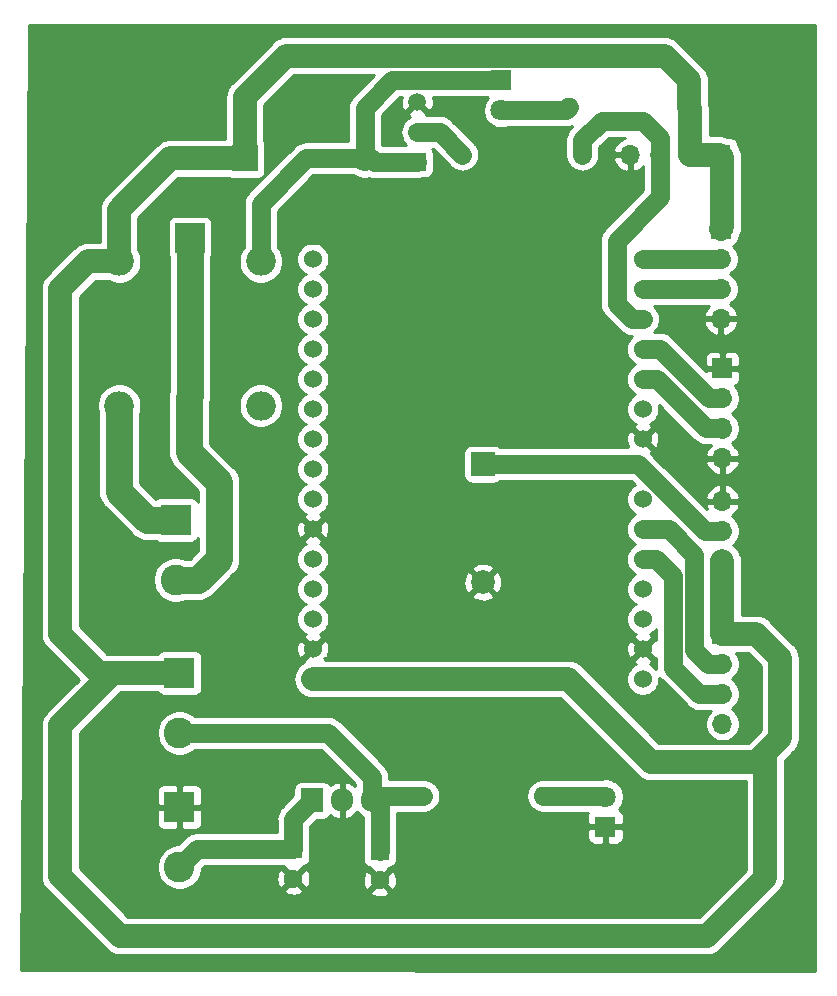
<source format=gbr>
%TF.GenerationSoftware,KiCad,Pcbnew,(5.1.12)-1*%
%TF.CreationDate,2022-02-17T13:14:00+05:30*%
%TF.ProjectId,vehilcletheftdetection,76656869-6c63-46c6-9574-686566746465,rev?*%
%TF.SameCoordinates,Original*%
%TF.FileFunction,Copper,L1,Top*%
%TF.FilePolarity,Positive*%
%FSLAX46Y46*%
G04 Gerber Fmt 4.6, Leading zero omitted, Abs format (unit mm)*
G04 Created by KiCad (PCBNEW (5.1.12)-1) date 2022-02-17 13:14:00*
%MOMM*%
%LPD*%
G01*
G04 APERTURE LIST*
%TA.AperFunction,ComponentPad*%
%ADD10O,1.600000X1.600000*%
%TD*%
%TA.AperFunction,ComponentPad*%
%ADD11C,1.600000*%
%TD*%
%TA.AperFunction,ComponentPad*%
%ADD12R,1.500000X1.500000*%
%TD*%
%TA.AperFunction,ComponentPad*%
%ADD13C,1.500000*%
%TD*%
%TA.AperFunction,ComponentPad*%
%ADD14O,2.500000X2.500000*%
%TD*%
%TA.AperFunction,ComponentPad*%
%ADD15R,2.500000X2.500000*%
%TD*%
%TA.AperFunction,ComponentPad*%
%ADD16C,2.600000*%
%TD*%
%TA.AperFunction,ComponentPad*%
%ADD17R,2.600000X2.600000*%
%TD*%
%TA.AperFunction,ComponentPad*%
%ADD18C,1.524000*%
%TD*%
%TA.AperFunction,ComponentPad*%
%ADD19O,1.905000X2.000000*%
%TD*%
%TA.AperFunction,ComponentPad*%
%ADD20R,1.905000X2.000000*%
%TD*%
%TA.AperFunction,ComponentPad*%
%ADD21O,1.700000X1.700000*%
%TD*%
%TA.AperFunction,ComponentPad*%
%ADD22R,1.700000X1.700000*%
%TD*%
%TA.AperFunction,ComponentPad*%
%ADD23C,1.800000*%
%TD*%
%TA.AperFunction,ComponentPad*%
%ADD24R,1.800000X1.800000*%
%TD*%
%TA.AperFunction,ComponentPad*%
%ADD25O,2.200000X2.200000*%
%TD*%
%TA.AperFunction,ComponentPad*%
%ADD26R,2.200000X2.200000*%
%TD*%
%TA.AperFunction,ComponentPad*%
%ADD27R,1.600000X1.600000*%
%TD*%
%TA.AperFunction,ComponentPad*%
%ADD28R,2.000000X2.000000*%
%TD*%
%TA.AperFunction,ComponentPad*%
%ADD29C,2.000000*%
%TD*%
%TA.AperFunction,Conductor*%
%ADD30C,1.600000*%
%TD*%
%TA.AperFunction,Conductor*%
%ADD31C,2.000000*%
%TD*%
%TA.AperFunction,Conductor*%
%ADD32C,2.300000*%
%TD*%
%TA.AperFunction,Conductor*%
%ADD33C,0.254000*%
%TD*%
%TA.AperFunction,Conductor*%
%ADD34C,0.100000*%
%TD*%
G04 APERTURE END LIST*
D10*
%TO.P,R1,2*%
%TO.N,Net-(D1-Pad2)*%
X67500500Y-101854000D03*
D11*
%TO.P,R1,1*%
%TO.N,Net-(C2-Pad1)*%
X57340500Y-101854000D03*
%TD*%
D10*
%TO.P,R3,2*%
%TO.N,Net-(D3-Pad2)*%
X69723000Y-43561000D03*
D11*
%TO.P,R3,1*%
%TO.N,+5V*%
X79883000Y-43561000D03*
%TD*%
D12*
%TO.P,Q1,1*%
%TO.N,Net-(D2-Pad2)*%
X56832500Y-48196500D03*
D13*
%TO.P,Q1,3*%
%TO.N,GND*%
X56832500Y-43116500D03*
%TO.P,Q1,2*%
%TO.N,Net-(Q1-Pad2)*%
X56832500Y-45656500D03*
%TD*%
D14*
%TO.P,K1,5*%
%TO.N,Net-(D2-Pad2)*%
X43592000Y-56610000D03*
%TO.P,K1,4*%
%TO.N,Net-(K1-Pad4)*%
X43592000Y-68810000D03*
%TO.P,K1,3*%
%TO.N,Net-(J6-Pad1)*%
X31592000Y-68810000D03*
%TO.P,K1,2*%
%TO.N,+5V*%
X31592000Y-56610000D03*
D15*
%TO.P,K1,1*%
%TO.N,Net-(J6-Pad2)*%
X37592000Y-54610000D03*
%TD*%
D16*
%TO.P,J8,2*%
%TO.N,Net-(C2-Pad1)*%
X36703000Y-96520000D03*
D17*
%TO.P,J8,1*%
%TO.N,+5V*%
X36703000Y-91440000D03*
%TD*%
D18*
%TO.P,U2,30*%
%TO.N,TX_gsm*%
X75934600Y-56409100D03*
%TO.P,U2,29*%
%TO.N,RX_gsm*%
X75934600Y-58949100D03*
%TO.P,U2,28*%
%TO.N,Engine*%
X75934600Y-61489100D03*
%TO.P,U2,27*%
%TO.N,TX_gps*%
X75934600Y-64029100D03*
%TO.P,U2,26*%
%TO.N,RX_gps*%
X75934600Y-66569100D03*
%TO.P,U2,25*%
%TO.N,Net-(U2-Pad25)*%
X75934600Y-69109100D03*
%TO.P,U2,24*%
%TO.N,GND*%
X75934600Y-71649100D03*
%TO.P,U2,23*%
%TO.N,buzz*%
X75934600Y-74189100D03*
%TO.P,U2,22*%
%TO.N,Net-(U2-Pad22)*%
X75934600Y-76729100D03*
%TO.P,U2,21*%
%TO.N,SDA*%
X75934600Y-79269100D03*
%TO.P,U2,20*%
%TO.N,SCL*%
X75934600Y-81809100D03*
%TO.P,U2,19*%
%TO.N,Net-(U2-Pad19)*%
X75934600Y-84349100D03*
%TO.P,U2,18*%
%TO.N,Net-(U2-Pad18)*%
X75934600Y-86889100D03*
%TO.P,U2,17*%
%TO.N,GND*%
X75934600Y-89429100D03*
%TO.P,U2,16*%
%TO.N,Net-(U2-Pad16)*%
X75934600Y-91969100D03*
%TO.P,U2,15*%
%TO.N,+5V*%
X47994600Y-91969100D03*
%TO.P,U2,14*%
%TO.N,GND*%
X47994600Y-89429100D03*
%TO.P,U2,13*%
%TO.N,Net-(U2-Pad13)*%
X47994600Y-86889100D03*
%TO.P,U2,12*%
%TO.N,Net-(U2-Pad12)*%
X47994600Y-84349100D03*
%TO.P,U2,11*%
%TO.N,Net-(U2-Pad11)*%
X47994600Y-81809100D03*
%TO.P,U2,10*%
%TO.N,GND*%
X47994600Y-79269100D03*
%TO.P,U2,9*%
%TO.N,Net-(U2-Pad9)*%
X47994600Y-76729100D03*
%TO.P,U2,8*%
%TO.N,Net-(U2-Pad8)*%
X47994600Y-74189100D03*
%TO.P,U2,7*%
%TO.N,Net-(U2-Pad7)*%
X47994600Y-71649100D03*
%TO.P,U2,6*%
%TO.N,Net-(U2-Pad6)*%
X47994600Y-69109100D03*
%TO.P,U2,5*%
%TO.N,Net-(U2-Pad5)*%
X47994600Y-66569100D03*
%TO.P,U2,4*%
%TO.N,Net-(U2-Pad4)*%
X47994600Y-64029100D03*
%TO.P,U2,3*%
%TO.N,Net-(U2-Pad3)*%
X47994600Y-61489100D03*
%TO.P,U2,2*%
%TO.N,Net-(U2-Pad2)*%
X47994600Y-58949100D03*
%TO.P,U2,1*%
%TO.N,Net-(U2-Pad1)*%
X47994600Y-56409100D03*
%TD*%
D19*
%TO.P,U1,3*%
%TO.N,Net-(C2-Pad1)*%
X53022500Y-102235000D03*
%TO.P,U1,2*%
%TO.N,GND*%
X50482500Y-102235000D03*
D20*
%TO.P,U1,1*%
%TO.N,Net-(C1-Pad1)*%
X47942500Y-102235000D03*
%TD*%
D10*
%TO.P,R2,2*%
%TO.N,Engine*%
X70802500Y-47561500D03*
D11*
%TO.P,R2,1*%
%TO.N,Net-(Q1-Pad2)*%
X60642500Y-47561500D03*
%TD*%
D21*
%TO.P,J7,4*%
%TO.N,Net-(J7-Pad4)*%
X82677000Y-95758000D03*
%TO.P,J7,3*%
%TO.N,SCL*%
X82677000Y-93218000D03*
%TO.P,J7,2*%
%TO.N,SDA*%
X82677000Y-90678000D03*
D22*
%TO.P,J7,1*%
%TO.N,+5V*%
X82677000Y-88138000D03*
%TD*%
D16*
%TO.P,J6,2*%
%TO.N,Net-(J6-Pad2)*%
X36385500Y-83566000D03*
D17*
%TO.P,J6,1*%
%TO.N,Net-(J6-Pad1)*%
X36385500Y-78486000D03*
%TD*%
D21*
%TO.P,J5,4*%
%TO.N,GND*%
X82550000Y-61468000D03*
%TO.P,J5,3*%
%TO.N,RX_gsm*%
X82550000Y-58928000D03*
%TO.P,J5,2*%
%TO.N,TX_gsm*%
X82550000Y-56388000D03*
D22*
%TO.P,J5,1*%
%TO.N,+5V*%
X82550000Y-53848000D03*
%TD*%
D21*
%TO.P,J4,4*%
%TO.N,GND*%
X74866500Y-47561500D03*
%TO.P,J4,3*%
%TO.N,Engine*%
X77406500Y-47561500D03*
%TO.P,J4,2*%
%TO.N,+5V*%
X79946500Y-47561500D03*
D22*
%TO.P,J4,1*%
X82486500Y-47561500D03*
%TD*%
D21*
%TO.P,J3,4*%
%TO.N,GND*%
X82677000Y-73279000D03*
%TO.P,J3,3*%
%TO.N,RX_gps*%
X82677000Y-70739000D03*
%TO.P,J3,2*%
%TO.N,TX_gps*%
X82677000Y-68199000D03*
D22*
%TO.P,J3,1*%
%TO.N,GND*%
X82677000Y-65659000D03*
%TD*%
D21*
%TO.P,J2,4*%
%TO.N,GND*%
X82677000Y-76898500D03*
%TO.P,J2,3*%
%TO.N,buzz*%
X82677000Y-79438500D03*
%TO.P,J2,2*%
%TO.N,+5V*%
X82677000Y-81978500D03*
D22*
%TO.P,J2,1*%
X82677000Y-84518500D03*
%TD*%
D16*
%TO.P,J1,2*%
%TO.N,Net-(C1-Pad1)*%
X36703000Y-107886500D03*
D17*
%TO.P,J1,1*%
%TO.N,GND*%
X36703000Y-102806500D03*
%TD*%
D23*
%TO.P,D3,2*%
%TO.N,Net-(D3-Pad2)*%
X63944500Y-43815000D03*
D24*
%TO.P,D3,1*%
%TO.N,Net-(D2-Pad2)*%
X63944500Y-41275000D03*
%TD*%
D25*
%TO.P,D2,2*%
%TO.N,Net-(D2-Pad2)*%
X52387500Y-47879000D03*
D26*
%TO.P,D2,1*%
%TO.N,+5V*%
X42227500Y-47879000D03*
%TD*%
D23*
%TO.P,D1,2*%
%TO.N,Net-(D1-Pad2)*%
X72771000Y-101917500D03*
D24*
%TO.P,D1,1*%
%TO.N,GND*%
X72771000Y-104457500D03*
%TD*%
D11*
%TO.P,C2,2*%
%TO.N,GND*%
X53657500Y-108989500D03*
D27*
%TO.P,C2,1*%
%TO.N,Net-(C2-Pad1)*%
X53657500Y-106489500D03*
%TD*%
D11*
%TO.P,C1,2*%
%TO.N,GND*%
X46355000Y-108862500D03*
D27*
%TO.P,C1,1*%
%TO.N,Net-(C1-Pad1)*%
X46355000Y-106362500D03*
%TD*%
D28*
%TO.P,BZ1,1*%
%TO.N,buzz*%
X62382400Y-73774300D03*
D29*
%TO.P,BZ1,2*%
%TO.N,GND*%
X62382400Y-83774300D03*
%TD*%
D30*
%TO.N,buzz*%
X66662300Y-73774300D02*
X62382400Y-73774300D01*
X75519800Y-73774300D02*
X66662300Y-73774300D01*
X75934600Y-74189100D02*
X75519800Y-73774300D01*
X81184000Y-79438500D02*
X75934600Y-74189100D01*
X82677000Y-79438500D02*
X81184000Y-79438500D01*
%TO.N,Net-(C1-Pad1)*%
X46355000Y-103822500D02*
X47942500Y-102235000D01*
X46355000Y-106362500D02*
X46355000Y-103822500D01*
X38227000Y-106362500D02*
X46355000Y-106362500D01*
X36703000Y-107886500D02*
X38227000Y-106362500D01*
%TO.N,Net-(C2-Pad1)*%
X36703000Y-96520000D02*
X49276000Y-96520000D01*
X53022500Y-100266500D02*
X53022500Y-102235000D01*
X49276000Y-96520000D02*
X53022500Y-100266500D01*
X53403500Y-101854000D02*
X53022500Y-102235000D01*
X57340500Y-101854000D02*
X53403500Y-101854000D01*
X53657500Y-102870000D02*
X53022500Y-102235000D01*
X53657500Y-106489500D02*
X53657500Y-102870000D01*
%TO.N,Net-(D1-Pad2)*%
X72707500Y-101854000D02*
X72771000Y-101917500D01*
X67500500Y-101854000D02*
X72707500Y-101854000D01*
%TO.N,Net-(D2-Pad2)*%
X52387500Y-47879000D02*
X52895500Y-47879000D01*
X53213000Y-48196500D02*
X56832500Y-48196500D01*
X52895500Y-47879000D02*
X53213000Y-48196500D01*
X52387500Y-43624500D02*
X52387500Y-47879000D01*
X54737000Y-41275000D02*
X52387500Y-43624500D01*
X63944500Y-41275000D02*
X54737000Y-41275000D01*
X43592000Y-56610000D02*
X43592000Y-51721500D01*
X47434500Y-47879000D02*
X52387500Y-47879000D01*
X43592000Y-51721500D02*
X47434500Y-47879000D01*
D31*
%TO.N,+5V*%
X79946500Y-43624500D02*
X79883000Y-43561000D01*
X79946500Y-47561500D02*
X79946500Y-43624500D01*
X79946500Y-47561500D02*
X82486500Y-47561500D01*
X82677000Y-81978500D02*
X82677000Y-84518500D01*
X82677000Y-88138000D02*
X82677000Y-84518500D01*
X42227500Y-47879000D02*
X35941000Y-47879000D01*
X31592000Y-52228000D02*
X31592000Y-56610000D01*
X35941000Y-47879000D02*
X31592000Y-52228000D01*
X28924500Y-56610000D02*
X31592000Y-56610000D01*
X26606500Y-58928000D02*
X28924500Y-56610000D01*
X26606500Y-88138000D02*
X26606500Y-58928000D01*
X29908500Y-91440000D02*
X26606500Y-88138000D01*
X36703000Y-91440000D02*
X29908500Y-91440000D01*
X42227500Y-47879000D02*
X42227500Y-42672000D01*
X45724501Y-39174999D02*
X77782999Y-39174999D01*
X42227500Y-42672000D02*
X45724501Y-39174999D01*
X79883000Y-41275000D02*
X79883000Y-43561000D01*
X77782999Y-39174999D02*
X79883000Y-41275000D01*
X76644500Y-98996500D02*
X69617100Y-91969100D01*
X69617100Y-91969100D02*
X47994600Y-91969100D01*
X85534500Y-98996500D02*
X76644500Y-98996500D01*
X87566500Y-90177500D02*
X87566500Y-96964500D01*
X85527000Y-88138000D02*
X87566500Y-90177500D01*
X82677000Y-88138000D02*
X85527000Y-88138000D01*
X36703000Y-91440000D02*
X31051500Y-91440000D01*
X31051500Y-91440000D02*
X26606500Y-95885000D01*
X26606500Y-95885000D02*
X26606500Y-108648500D01*
X26606500Y-108648500D02*
X31686500Y-113728500D01*
X31686500Y-113728500D02*
X81343500Y-113728500D01*
X81343500Y-113728500D02*
X86296500Y-108775500D01*
X86296500Y-98234500D02*
X85534500Y-98996500D01*
X86296500Y-108775500D02*
X86296500Y-98234500D01*
X87566500Y-96964500D02*
X86296500Y-98234500D01*
X82677000Y-53721000D02*
X82550000Y-53848000D01*
X82677000Y-47752000D02*
X82677000Y-53721000D01*
X82486500Y-47561500D02*
X82677000Y-47752000D01*
D30*
%TO.N,Net-(D3-Pad2)*%
X69469000Y-43815000D02*
X69723000Y-43561000D01*
X63944500Y-43815000D02*
X69469000Y-43815000D01*
%TO.N,RX_gps*%
X82677000Y-70802500D02*
X82677000Y-70739000D01*
X77110100Y-66569100D02*
X75934600Y-66569100D01*
X81280000Y-70739000D02*
X77110100Y-66569100D01*
X82677000Y-70739000D02*
X81280000Y-70739000D01*
%TO.N,TX_gps*%
X77398649Y-64029100D02*
X75934600Y-64029100D01*
X81568549Y-68199000D02*
X77398649Y-64029100D01*
X82677000Y-68199000D02*
X81568549Y-68199000D01*
%TO.N,Engine*%
X70802500Y-47561500D02*
X70802500Y-46355000D01*
X70802500Y-46355000D02*
X72453500Y-44704000D01*
X72453500Y-44704000D02*
X75946000Y-44704000D01*
X77406500Y-46164500D02*
X77406500Y-47561500D01*
X75946000Y-44704000D02*
X77406500Y-46164500D01*
X77406500Y-51181000D02*
X77406500Y-47561500D01*
X73723500Y-54864000D02*
X77406500Y-51181000D01*
X73723500Y-60198000D02*
X73723500Y-54864000D01*
X75014600Y-61489100D02*
X73723500Y-60198000D01*
X75934600Y-61489100D02*
X75014600Y-61489100D01*
%TO.N,RX_gsm*%
X82528900Y-58949100D02*
X82550000Y-58928000D01*
X75934600Y-58949100D02*
X82528900Y-58949100D01*
X82550000Y-58928000D02*
X79946500Y-58928000D01*
%TO.N,TX_gsm*%
X82528900Y-56409100D02*
X75934600Y-56409100D01*
X82550000Y-56388000D02*
X82528900Y-56409100D01*
X81153000Y-56388000D02*
X82550000Y-56388000D01*
D32*
%TO.N,Net-(J6-Pad2)*%
X37592000Y-68008500D02*
X37592000Y-54610000D01*
X37528500Y-68072000D02*
X37592000Y-68008500D01*
X37528500Y-72771000D02*
X37528500Y-68072000D01*
X40068500Y-75311000D02*
X37528500Y-72771000D01*
X40068500Y-81788000D02*
X40068500Y-75311000D01*
X38290500Y-83566000D02*
X40068500Y-81788000D01*
X36385500Y-83566000D02*
X38290500Y-83566000D01*
%TO.N,Net-(J6-Pad1)*%
X36385500Y-78486000D02*
X33972500Y-78486000D01*
X31592000Y-76105500D02*
X31592000Y-68810000D01*
X33972500Y-78486000D02*
X31592000Y-76105500D01*
D30*
%TO.N,SCL*%
X78486000Y-83270510D02*
X78486000Y-90995500D01*
X80708500Y-93218000D02*
X82677000Y-93218000D01*
X75934600Y-81809100D02*
X77024590Y-81809100D01*
X77024590Y-81809100D02*
X78486000Y-83270510D01*
X78486000Y-90995500D02*
X80708500Y-93218000D01*
%TO.N,SDA*%
X78126100Y-79269100D02*
X75934600Y-79269100D01*
X82677000Y-90678000D02*
X81474919Y-90678000D01*
X81474919Y-90678000D02*
X80286011Y-89489092D01*
X80286011Y-89489092D02*
X80286011Y-81429011D01*
X80286011Y-81429011D02*
X78126100Y-79269100D01*
%TO.N,Net-(Q1-Pad2)*%
X58737500Y-45656500D02*
X60642500Y-47561500D01*
X56832500Y-45656500D02*
X58737500Y-45656500D01*
%TD*%
D33*
%TO.N,GND*%
X90471750Y-116665315D02*
X23321357Y-116633685D01*
X23766211Y-58928000D01*
X24963589Y-58928000D01*
X24971501Y-59008329D01*
X24971500Y-88057681D01*
X24963589Y-88138000D01*
X24971500Y-88218319D01*
X24971500Y-88218321D01*
X24995157Y-88458515D01*
X25088648Y-88766714D01*
X25240469Y-89050751D01*
X25444786Y-89299714D01*
X25507187Y-89350925D01*
X28167761Y-92011500D01*
X25507187Y-94672075D01*
X25444786Y-94723286D01*
X25240469Y-94972249D01*
X25088648Y-95256286D01*
X24995157Y-95564485D01*
X24971500Y-95804678D01*
X24963589Y-95885000D01*
X24971500Y-95965319D01*
X24971501Y-108568171D01*
X24963589Y-108648500D01*
X24995158Y-108969016D01*
X25088648Y-109277214D01*
X25156531Y-109404214D01*
X25240470Y-109561252D01*
X25444787Y-109810214D01*
X25507182Y-109861420D01*
X30473580Y-114827819D01*
X30524786Y-114890214D01*
X30773748Y-115094531D01*
X31057785Y-115246352D01*
X31365984Y-115339843D01*
X31606178Y-115363500D01*
X31606180Y-115363500D01*
X31686500Y-115371411D01*
X31766819Y-115363500D01*
X81263181Y-115363500D01*
X81343500Y-115371411D01*
X81423819Y-115363500D01*
X81423822Y-115363500D01*
X81664016Y-115339843D01*
X81972215Y-115246352D01*
X82256252Y-115094531D01*
X82505214Y-114890214D01*
X82556425Y-114827813D01*
X87395820Y-109988419D01*
X87458214Y-109937214D01*
X87662531Y-109688252D01*
X87814352Y-109404215D01*
X87885672Y-109169105D01*
X87907843Y-109096017D01*
X87939411Y-108775500D01*
X87931500Y-108695178D01*
X87931500Y-98911738D01*
X88665818Y-98177421D01*
X88728214Y-98126214D01*
X88932531Y-97877252D01*
X89084352Y-97593215D01*
X89177843Y-97285016D01*
X89201500Y-97044822D01*
X89201500Y-97044820D01*
X89209411Y-96964501D01*
X89201500Y-96884181D01*
X89201500Y-90257830D01*
X89209412Y-90177500D01*
X89177843Y-89856983D01*
X89084352Y-89548785D01*
X89068184Y-89518537D01*
X88932531Y-89264748D01*
X88728214Y-89015786D01*
X88665825Y-88964585D01*
X86739924Y-87038686D01*
X86688714Y-86976286D01*
X86439752Y-86771969D01*
X86155715Y-86620148D01*
X85847516Y-86526657D01*
X85607322Y-86503000D01*
X85607319Y-86503000D01*
X85527000Y-86495089D01*
X85446681Y-86503000D01*
X84312000Y-86503000D01*
X84312000Y-81898178D01*
X84288343Y-81657984D01*
X84194852Y-81349785D01*
X84043031Y-81065748D01*
X83838714Y-80816786D01*
X83591191Y-80613651D01*
X83623632Y-80591975D01*
X83830475Y-80385132D01*
X83992990Y-80141911D01*
X84104932Y-79871658D01*
X84162000Y-79584760D01*
X84162000Y-79292240D01*
X84104932Y-79005342D01*
X83992990Y-78735089D01*
X83830475Y-78491868D01*
X83623632Y-78285025D01*
X83441466Y-78163305D01*
X83558355Y-78093678D01*
X83774588Y-77898769D01*
X83948641Y-77665420D01*
X84073825Y-77402599D01*
X84118476Y-77255390D01*
X83997155Y-77025500D01*
X82804000Y-77025500D01*
X82804000Y-77045500D01*
X82550000Y-77045500D01*
X82550000Y-77025500D01*
X81356845Y-77025500D01*
X81235524Y-77255390D01*
X81280175Y-77402599D01*
X81373565Y-77598669D01*
X80316506Y-76541610D01*
X81235524Y-76541610D01*
X81356845Y-76771500D01*
X82550000Y-76771500D01*
X82550000Y-75577686D01*
X82804000Y-75577686D01*
X82804000Y-76771500D01*
X83997155Y-76771500D01*
X84118476Y-76541610D01*
X84073825Y-76394401D01*
X83948641Y-76131580D01*
X83774588Y-75898231D01*
X83558355Y-75703322D01*
X83308252Y-75554343D01*
X83033891Y-75457019D01*
X82804000Y-75577686D01*
X82550000Y-75577686D01*
X82320109Y-75457019D01*
X82045748Y-75554343D01*
X81795645Y-75703322D01*
X81579412Y-75898231D01*
X81405359Y-76131580D01*
X81280175Y-76394401D01*
X81235524Y-76541610D01*
X80316506Y-76541610D01*
X77410786Y-73635890D01*
X81235524Y-73635890D01*
X81280175Y-73783099D01*
X81405359Y-74045920D01*
X81579412Y-74279269D01*
X81795645Y-74474178D01*
X82045748Y-74623157D01*
X82320109Y-74720481D01*
X82550000Y-74599814D01*
X82550000Y-73406000D01*
X82804000Y-73406000D01*
X82804000Y-74599814D01*
X83033891Y-74720481D01*
X83308252Y-74623157D01*
X83558355Y-74474178D01*
X83774588Y-74279269D01*
X83948641Y-74045920D01*
X84073825Y-73783099D01*
X84118476Y-73635890D01*
X83997155Y-73406000D01*
X82804000Y-73406000D01*
X82550000Y-73406000D01*
X81356845Y-73406000D01*
X81235524Y-73635890D01*
X77410786Y-73635890D01*
X76899452Y-73124557D01*
X76637986Y-72863091D01*
X76653580Y-72854756D01*
X76720560Y-72614665D01*
X75934600Y-71828705D01*
X75920458Y-71842848D01*
X75740853Y-71663243D01*
X75754995Y-71649100D01*
X76114205Y-71649100D01*
X76900165Y-72435060D01*
X77140256Y-72368080D01*
X77257356Y-72119052D01*
X77323623Y-71851965D01*
X77336510Y-71577083D01*
X77295522Y-71304967D01*
X77202236Y-71046077D01*
X77140256Y-70930120D01*
X76900165Y-70863140D01*
X76114205Y-71649100D01*
X75754995Y-71649100D01*
X74969035Y-70863140D01*
X74728944Y-70930120D01*
X74611844Y-71179148D01*
X74545577Y-71446235D01*
X74532690Y-71721117D01*
X74573678Y-71993233D01*
X74666964Y-72252123D01*
X74713561Y-72339300D01*
X63846868Y-72339300D01*
X63833585Y-72323115D01*
X63736894Y-72243763D01*
X63626580Y-72184798D01*
X63506882Y-72148488D01*
X63382400Y-72136228D01*
X61382400Y-72136228D01*
X61257918Y-72148488D01*
X61138220Y-72184798D01*
X61027906Y-72243763D01*
X60931215Y-72323115D01*
X60851863Y-72419806D01*
X60792898Y-72530120D01*
X60756588Y-72649818D01*
X60744328Y-72774300D01*
X60744328Y-74774300D01*
X60756588Y-74898782D01*
X60792898Y-75018480D01*
X60851863Y-75128794D01*
X60931215Y-75225485D01*
X61027906Y-75304837D01*
X61138220Y-75363802D01*
X61257918Y-75400112D01*
X61382400Y-75412372D01*
X63382400Y-75412372D01*
X63506882Y-75400112D01*
X63626580Y-75363802D01*
X63736894Y-75304837D01*
X63833585Y-75225485D01*
X63846868Y-75209300D01*
X74925405Y-75209300D01*
X75233505Y-75517400D01*
X75044065Y-75643980D01*
X74849480Y-75838565D01*
X74696595Y-76067373D01*
X74591286Y-76321610D01*
X74537600Y-76591508D01*
X74537600Y-76866692D01*
X74591286Y-77136590D01*
X74696595Y-77390827D01*
X74849480Y-77619635D01*
X75044065Y-77814220D01*
X75272873Y-77967105D01*
X75302983Y-77979577D01*
X75133499Y-78070168D01*
X74914992Y-78249492D01*
X74735668Y-78467999D01*
X74602418Y-78717292D01*
X74520364Y-78987791D01*
X74492657Y-79269100D01*
X74520364Y-79550409D01*
X74602418Y-79820908D01*
X74735668Y-80070201D01*
X74914992Y-80288708D01*
X75133499Y-80468032D01*
X75266458Y-80539100D01*
X75133499Y-80610168D01*
X74914992Y-80789492D01*
X74735668Y-81007999D01*
X74602418Y-81257292D01*
X74520364Y-81527791D01*
X74492657Y-81809100D01*
X74520364Y-82090409D01*
X74602418Y-82360908D01*
X74735668Y-82610201D01*
X74914992Y-82828708D01*
X75133499Y-83008032D01*
X75302983Y-83098623D01*
X75272873Y-83111095D01*
X75044065Y-83263980D01*
X74849480Y-83458565D01*
X74696595Y-83687373D01*
X74591286Y-83941610D01*
X74537600Y-84211508D01*
X74537600Y-84486692D01*
X74591286Y-84756590D01*
X74696595Y-85010827D01*
X74849480Y-85239635D01*
X75044065Y-85434220D01*
X75272873Y-85587105D01*
X75350115Y-85619100D01*
X75272873Y-85651095D01*
X75044065Y-85803980D01*
X74849480Y-85998565D01*
X74696595Y-86227373D01*
X74591286Y-86481610D01*
X74537600Y-86751508D01*
X74537600Y-87026692D01*
X74591286Y-87296590D01*
X74696595Y-87550827D01*
X74849480Y-87779635D01*
X75044065Y-87974220D01*
X75272873Y-88127105D01*
X75344543Y-88156792D01*
X75331577Y-88161464D01*
X75215620Y-88223444D01*
X75148640Y-88463535D01*
X75934600Y-89249495D01*
X76720560Y-88463535D01*
X76653580Y-88223444D01*
X76517840Y-88159615D01*
X76596327Y-88127105D01*
X76825135Y-87974220D01*
X77019720Y-87779635D01*
X77051001Y-87732820D01*
X77051001Y-88685220D01*
X76900165Y-88643140D01*
X76114205Y-89429100D01*
X76900165Y-90215060D01*
X77051001Y-90172980D01*
X77051001Y-90924998D01*
X77044057Y-90995500D01*
X77057860Y-91135646D01*
X77019720Y-91078565D01*
X76825135Y-90883980D01*
X76596327Y-90731095D01*
X76524657Y-90701408D01*
X76537623Y-90696736D01*
X76653580Y-90634756D01*
X76720560Y-90394665D01*
X75934600Y-89608705D01*
X75148640Y-90394665D01*
X75215620Y-90634756D01*
X75351360Y-90698585D01*
X75272873Y-90731095D01*
X75044065Y-90883980D01*
X74849480Y-91078565D01*
X74696595Y-91307373D01*
X74591286Y-91561610D01*
X74537600Y-91831508D01*
X74537600Y-92106692D01*
X74591286Y-92376590D01*
X74696595Y-92630827D01*
X74849480Y-92859635D01*
X75044065Y-93054220D01*
X75272873Y-93207105D01*
X75527110Y-93312414D01*
X75797008Y-93366100D01*
X76072192Y-93366100D01*
X76342090Y-93312414D01*
X76596327Y-93207105D01*
X76825135Y-93054220D01*
X77019720Y-92859635D01*
X77172605Y-92630827D01*
X77277914Y-92376590D01*
X77331600Y-92106692D01*
X77331600Y-91850862D01*
X77466393Y-92015108D01*
X77521155Y-92060050D01*
X79643950Y-94182846D01*
X79688892Y-94237608D01*
X79907399Y-94416932D01*
X80098297Y-94518969D01*
X80156692Y-94550182D01*
X80427191Y-94632237D01*
X80708500Y-94659943D01*
X80778995Y-94653000D01*
X81681893Y-94653000D01*
X81523525Y-94811368D01*
X81361010Y-95054589D01*
X81249068Y-95324842D01*
X81192000Y-95611740D01*
X81192000Y-95904260D01*
X81249068Y-96191158D01*
X81361010Y-96461411D01*
X81523525Y-96704632D01*
X81730368Y-96911475D01*
X81973589Y-97073990D01*
X82243842Y-97185932D01*
X82530740Y-97243000D01*
X82823260Y-97243000D01*
X83110158Y-97185932D01*
X83380411Y-97073990D01*
X83623632Y-96911475D01*
X83830475Y-96704632D01*
X83992990Y-96461411D01*
X84104932Y-96191158D01*
X84162000Y-95904260D01*
X84162000Y-95611740D01*
X84104932Y-95324842D01*
X83992990Y-95054589D01*
X83830475Y-94811368D01*
X83623632Y-94604525D01*
X83449240Y-94488000D01*
X83623632Y-94371475D01*
X83830475Y-94164632D01*
X83992990Y-93921411D01*
X84104932Y-93651158D01*
X84162000Y-93364260D01*
X84162000Y-93071740D01*
X84104932Y-92784842D01*
X83992990Y-92514589D01*
X83830475Y-92271368D01*
X83623632Y-92064525D01*
X83449240Y-91948000D01*
X83623632Y-91831475D01*
X83830475Y-91624632D01*
X83992990Y-91381411D01*
X84104932Y-91111158D01*
X84162000Y-90824260D01*
X84162000Y-90531740D01*
X84104932Y-90244842D01*
X83992990Y-89974589D01*
X83858293Y-89773000D01*
X84849762Y-89773000D01*
X85931500Y-90854740D01*
X85931501Y-96287260D01*
X85197182Y-97021580D01*
X85134787Y-97072786D01*
X85083585Y-97135176D01*
X84857261Y-97361500D01*
X77321739Y-97361500D01*
X70830025Y-90869787D01*
X70778814Y-90807386D01*
X70529852Y-90603069D01*
X70245815Y-90451248D01*
X69937616Y-90357757D01*
X69697422Y-90334100D01*
X69697419Y-90334100D01*
X69617100Y-90326189D01*
X69536781Y-90334100D01*
X49073946Y-90334100D01*
X49076577Y-90331469D01*
X48960167Y-90215059D01*
X49200256Y-90148080D01*
X49317356Y-89899052D01*
X49383623Y-89631965D01*
X49389757Y-89501117D01*
X74532690Y-89501117D01*
X74573678Y-89773233D01*
X74666964Y-90032123D01*
X74728944Y-90148080D01*
X74969035Y-90215060D01*
X75754995Y-89429100D01*
X74969035Y-88643140D01*
X74728944Y-88710120D01*
X74611844Y-88959148D01*
X74545577Y-89226235D01*
X74532690Y-89501117D01*
X49389757Y-89501117D01*
X49396510Y-89357083D01*
X49355522Y-89084967D01*
X49262236Y-88826077D01*
X49200256Y-88710120D01*
X48960165Y-88643140D01*
X48174205Y-89429100D01*
X48188348Y-89443243D01*
X48008743Y-89622848D01*
X47994600Y-89608705D01*
X47208640Y-90394665D01*
X47242782Y-90517048D01*
X47081848Y-90603069D01*
X46832886Y-90807386D01*
X46628569Y-91056348D01*
X46476748Y-91340385D01*
X46383257Y-91648584D01*
X46351689Y-91969100D01*
X46383257Y-92289616D01*
X46476748Y-92597815D01*
X46628569Y-92881852D01*
X46832886Y-93130814D01*
X47081848Y-93335131D01*
X47365885Y-93486952D01*
X47674084Y-93580443D01*
X47914278Y-93604100D01*
X68939862Y-93604100D01*
X75431580Y-100095819D01*
X75482786Y-100158214D01*
X75731748Y-100362531D01*
X76015785Y-100514352D01*
X76323984Y-100607843D01*
X76564178Y-100631500D01*
X76564180Y-100631500D01*
X76644499Y-100639411D01*
X76724819Y-100631500D01*
X84661501Y-100631500D01*
X84661500Y-108098261D01*
X80666262Y-112093500D01*
X32363739Y-112093500D01*
X30125441Y-109855202D01*
X45541903Y-109855202D01*
X45613486Y-110099171D01*
X45868996Y-110220071D01*
X46143184Y-110288800D01*
X46425512Y-110302717D01*
X46705130Y-110261287D01*
X46971292Y-110166103D01*
X47096514Y-110099171D01*
X47130833Y-109982202D01*
X52844403Y-109982202D01*
X52915986Y-110226171D01*
X53171496Y-110347071D01*
X53445684Y-110415800D01*
X53728012Y-110429717D01*
X54007630Y-110388287D01*
X54273792Y-110293103D01*
X54399014Y-110226171D01*
X54470597Y-109982202D01*
X53657500Y-109169105D01*
X52844403Y-109982202D01*
X47130833Y-109982202D01*
X47168097Y-109855202D01*
X46355000Y-109042105D01*
X45541903Y-109855202D01*
X30125441Y-109855202D01*
X28241500Y-107971262D01*
X28241500Y-107695919D01*
X34768000Y-107695919D01*
X34768000Y-108077081D01*
X34842361Y-108450919D01*
X34988225Y-108803066D01*
X35199987Y-109119991D01*
X35469509Y-109389513D01*
X35786434Y-109601275D01*
X36138581Y-109747139D01*
X36512419Y-109821500D01*
X36893581Y-109821500D01*
X37267419Y-109747139D01*
X37619566Y-109601275D01*
X37936491Y-109389513D01*
X38206013Y-109119991D01*
X38330948Y-108933012D01*
X44914783Y-108933012D01*
X44956213Y-109212630D01*
X45051397Y-109478792D01*
X45118329Y-109604014D01*
X45362298Y-109675597D01*
X46175395Y-108862500D01*
X46534605Y-108862500D01*
X47347702Y-109675597D01*
X47591671Y-109604014D01*
X47712571Y-109348504D01*
X47781300Y-109074316D01*
X47782005Y-109060012D01*
X52217283Y-109060012D01*
X52258713Y-109339630D01*
X52353897Y-109605792D01*
X52420829Y-109731014D01*
X52664798Y-109802597D01*
X53477895Y-108989500D01*
X53837105Y-108989500D01*
X54650202Y-109802597D01*
X54894171Y-109731014D01*
X55015071Y-109475504D01*
X55083800Y-109201316D01*
X55097717Y-108918988D01*
X55056287Y-108639370D01*
X54961103Y-108373208D01*
X54894171Y-108247986D01*
X54650202Y-108176403D01*
X53837105Y-108989500D01*
X53477895Y-108989500D01*
X52664798Y-108176403D01*
X52420829Y-108247986D01*
X52299929Y-108503496D01*
X52231200Y-108777684D01*
X52217283Y-109060012D01*
X47782005Y-109060012D01*
X47795217Y-108791988D01*
X47753787Y-108512370D01*
X47658603Y-108246208D01*
X47591671Y-108120986D01*
X47347702Y-108049403D01*
X46534605Y-108862500D01*
X46175395Y-108862500D01*
X45362298Y-108049403D01*
X45118329Y-108120986D01*
X44997429Y-108376496D01*
X44928700Y-108650684D01*
X44914783Y-108933012D01*
X38330948Y-108933012D01*
X38417775Y-108803066D01*
X38563639Y-108450919D01*
X38638000Y-108077081D01*
X38638000Y-107980896D01*
X38821396Y-107797500D01*
X45523808Y-107797500D01*
X45555000Y-107800572D01*
X45562215Y-107800572D01*
X45541903Y-107869798D01*
X46355000Y-108682895D01*
X47168097Y-107869798D01*
X47147785Y-107800572D01*
X47155000Y-107800572D01*
X47279482Y-107788312D01*
X47399180Y-107752002D01*
X47509494Y-107693037D01*
X47606185Y-107613685D01*
X47685537Y-107516994D01*
X47744502Y-107406680D01*
X47780812Y-107286982D01*
X47793072Y-107162500D01*
X47793072Y-106401802D01*
X47796943Y-106362500D01*
X47793072Y-106323198D01*
X47793072Y-105562500D01*
X47790000Y-105531308D01*
X47790000Y-104416895D01*
X48333824Y-103873072D01*
X48895000Y-103873072D01*
X49019482Y-103860812D01*
X49139180Y-103824502D01*
X49249494Y-103765537D01*
X49346185Y-103686185D01*
X49425537Y-103589494D01*
X49474559Y-103497781D01*
X49615577Y-103610969D01*
X49891406Y-103754571D01*
X50109520Y-103825563D01*
X50355500Y-103705594D01*
X50355500Y-102362000D01*
X50335500Y-102362000D01*
X50335500Y-102108000D01*
X50355500Y-102108000D01*
X50355500Y-100764406D01*
X50109520Y-100644437D01*
X49891406Y-100715429D01*
X49615577Y-100859031D01*
X49474559Y-100972219D01*
X49425537Y-100880506D01*
X49346185Y-100783815D01*
X49249494Y-100704463D01*
X49139180Y-100645498D01*
X49019482Y-100609188D01*
X48895000Y-100596928D01*
X46990000Y-100596928D01*
X46865518Y-100609188D01*
X46745820Y-100645498D01*
X46635506Y-100704463D01*
X46538815Y-100783815D01*
X46459463Y-100880506D01*
X46400498Y-100990820D01*
X46364188Y-101110518D01*
X46351928Y-101235000D01*
X46351928Y-101796176D01*
X45390155Y-102757950D01*
X45335393Y-102802892D01*
X45156069Y-103021399D01*
X45108811Y-103109812D01*
X45022818Y-103270693D01*
X44940764Y-103541192D01*
X44913057Y-103822500D01*
X44920001Y-103893002D01*
X44920001Y-104927500D01*
X38297491Y-104927500D01*
X38226999Y-104920557D01*
X37945690Y-104948264D01*
X37864153Y-104972998D01*
X37675192Y-105030318D01*
X37425899Y-105163568D01*
X37207392Y-105342892D01*
X37162454Y-105397649D01*
X36608604Y-105951500D01*
X36512419Y-105951500D01*
X36138581Y-106025861D01*
X35786434Y-106171725D01*
X35469509Y-106383487D01*
X35199987Y-106653009D01*
X34988225Y-106969934D01*
X34842361Y-107322081D01*
X34768000Y-107695919D01*
X28241500Y-107695919D01*
X28241500Y-104106500D01*
X34764928Y-104106500D01*
X34777188Y-104230982D01*
X34813498Y-104350680D01*
X34872463Y-104460994D01*
X34951815Y-104557685D01*
X35048506Y-104637037D01*
X35158820Y-104696002D01*
X35278518Y-104732312D01*
X35403000Y-104744572D01*
X36417250Y-104741500D01*
X36576000Y-104582750D01*
X36576000Y-102933500D01*
X36830000Y-102933500D01*
X36830000Y-104582750D01*
X36988750Y-104741500D01*
X38003000Y-104744572D01*
X38127482Y-104732312D01*
X38247180Y-104696002D01*
X38357494Y-104637037D01*
X38454185Y-104557685D01*
X38533537Y-104460994D01*
X38592502Y-104350680D01*
X38628812Y-104230982D01*
X38641072Y-104106500D01*
X38638000Y-103092250D01*
X38479250Y-102933500D01*
X36830000Y-102933500D01*
X36576000Y-102933500D01*
X34926750Y-102933500D01*
X34768000Y-103092250D01*
X34764928Y-104106500D01*
X28241500Y-104106500D01*
X28241500Y-101506500D01*
X34764928Y-101506500D01*
X34768000Y-102520750D01*
X34926750Y-102679500D01*
X36576000Y-102679500D01*
X36576000Y-101030250D01*
X36830000Y-101030250D01*
X36830000Y-102679500D01*
X38479250Y-102679500D01*
X38638000Y-102520750D01*
X38641072Y-101506500D01*
X38628812Y-101382018D01*
X38592502Y-101262320D01*
X38533537Y-101152006D01*
X38454185Y-101055315D01*
X38357494Y-100975963D01*
X38247180Y-100916998D01*
X38127482Y-100880688D01*
X38003000Y-100868428D01*
X36988750Y-100871500D01*
X36830000Y-101030250D01*
X36576000Y-101030250D01*
X36417250Y-100871500D01*
X35403000Y-100868428D01*
X35278518Y-100880688D01*
X35158820Y-100916998D01*
X35048506Y-100975963D01*
X34951815Y-101055315D01*
X34872463Y-101152006D01*
X34813498Y-101262320D01*
X34777188Y-101382018D01*
X34764928Y-101506500D01*
X28241500Y-101506500D01*
X28241500Y-96562238D01*
X28474319Y-96329419D01*
X34768000Y-96329419D01*
X34768000Y-96710581D01*
X34842361Y-97084419D01*
X34988225Y-97436566D01*
X35199987Y-97753491D01*
X35469509Y-98023013D01*
X35786434Y-98234775D01*
X36138581Y-98380639D01*
X36512419Y-98455000D01*
X36893581Y-98455000D01*
X37267419Y-98380639D01*
X37619566Y-98234775D01*
X37936491Y-98023013D01*
X38004504Y-97955000D01*
X48681605Y-97955000D01*
X51587500Y-100860896D01*
X51587500Y-101050124D01*
X51349423Y-100859031D01*
X51073594Y-100715429D01*
X50855480Y-100644437D01*
X50609500Y-100764406D01*
X50609500Y-102108000D01*
X50629500Y-102108000D01*
X50629500Y-102362000D01*
X50609500Y-102362000D01*
X50609500Y-103705594D01*
X50855480Y-103825563D01*
X51073594Y-103754571D01*
X51349423Y-103610969D01*
X51591937Y-103416315D01*
X51747337Y-103231101D01*
X51894537Y-103410463D01*
X52136266Y-103608845D01*
X52222501Y-103654938D01*
X52222500Y-105658306D01*
X52219428Y-105689500D01*
X52219428Y-107289500D01*
X52231688Y-107413982D01*
X52267998Y-107533680D01*
X52326963Y-107643994D01*
X52406315Y-107740685D01*
X52503006Y-107820037D01*
X52613320Y-107879002D01*
X52733018Y-107915312D01*
X52857500Y-107927572D01*
X52864715Y-107927572D01*
X52844403Y-107996798D01*
X53657500Y-108809895D01*
X54470597Y-107996798D01*
X54450285Y-107927572D01*
X54457500Y-107927572D01*
X54581982Y-107915312D01*
X54701680Y-107879002D01*
X54811994Y-107820037D01*
X54908685Y-107740685D01*
X54988037Y-107643994D01*
X55047002Y-107533680D01*
X55083312Y-107413982D01*
X55095572Y-107289500D01*
X55095572Y-105689500D01*
X55092500Y-105658308D01*
X55092500Y-105357500D01*
X71232928Y-105357500D01*
X71245188Y-105481982D01*
X71281498Y-105601680D01*
X71340463Y-105711994D01*
X71419815Y-105808685D01*
X71516506Y-105888037D01*
X71626820Y-105947002D01*
X71746518Y-105983312D01*
X71871000Y-105995572D01*
X72485250Y-105992500D01*
X72644000Y-105833750D01*
X72644000Y-104584500D01*
X72898000Y-104584500D01*
X72898000Y-105833750D01*
X73056750Y-105992500D01*
X73671000Y-105995572D01*
X73795482Y-105983312D01*
X73915180Y-105947002D01*
X74025494Y-105888037D01*
X74122185Y-105808685D01*
X74201537Y-105711994D01*
X74260502Y-105601680D01*
X74296812Y-105481982D01*
X74309072Y-105357500D01*
X74306000Y-104743250D01*
X74147250Y-104584500D01*
X72898000Y-104584500D01*
X72644000Y-104584500D01*
X71394750Y-104584500D01*
X71236000Y-104743250D01*
X71232928Y-105357500D01*
X55092500Y-105357500D01*
X55092500Y-103289000D01*
X57481835Y-103289000D01*
X57551317Y-103275179D01*
X57621809Y-103268236D01*
X57689597Y-103247673D01*
X57759074Y-103233853D01*
X57824514Y-103206747D01*
X57892308Y-103186182D01*
X57954788Y-103152786D01*
X58020227Y-103125680D01*
X58079122Y-103086328D01*
X58141601Y-103052932D01*
X58196363Y-103007990D01*
X58255259Y-102968637D01*
X58305346Y-102918550D01*
X58360108Y-102873608D01*
X58405050Y-102818846D01*
X58455137Y-102768759D01*
X58494490Y-102709863D01*
X58539432Y-102655101D01*
X58572828Y-102592622D01*
X58612180Y-102533727D01*
X58639286Y-102468288D01*
X58672682Y-102405808D01*
X58693247Y-102338014D01*
X58720353Y-102272574D01*
X58734173Y-102203097D01*
X58754736Y-102135309D01*
X58761679Y-102064817D01*
X58775500Y-101995335D01*
X58775500Y-101924492D01*
X58782443Y-101854000D01*
X66058557Y-101854000D01*
X66065500Y-101924492D01*
X66065500Y-101995335D01*
X66079321Y-102064817D01*
X66086264Y-102135309D01*
X66106827Y-102203097D01*
X66120647Y-102272574D01*
X66147753Y-102338014D01*
X66168318Y-102405808D01*
X66201714Y-102468288D01*
X66228820Y-102533727D01*
X66268172Y-102592622D01*
X66301568Y-102655101D01*
X66346510Y-102709863D01*
X66385863Y-102768759D01*
X66435950Y-102818846D01*
X66480892Y-102873608D01*
X66535654Y-102918550D01*
X66585741Y-102968637D01*
X66644637Y-103007990D01*
X66699399Y-103052932D01*
X66761878Y-103086328D01*
X66820773Y-103125680D01*
X66886212Y-103152786D01*
X66948692Y-103186182D01*
X67016486Y-103206747D01*
X67081926Y-103233853D01*
X67151403Y-103247673D01*
X67219191Y-103268236D01*
X67289683Y-103275179D01*
X67359165Y-103289000D01*
X71294498Y-103289000D01*
X71281498Y-103313320D01*
X71245188Y-103433018D01*
X71232928Y-103557500D01*
X71236000Y-104171750D01*
X71394750Y-104330500D01*
X72644000Y-104330500D01*
X72644000Y-104310500D01*
X72898000Y-104310500D01*
X72898000Y-104330500D01*
X74147250Y-104330500D01*
X74306000Y-104171750D01*
X74309072Y-103557500D01*
X74296812Y-103433018D01*
X74260502Y-103313320D01*
X74201537Y-103203006D01*
X74122185Y-103106315D01*
X74025494Y-103026963D01*
X73915180Y-102967998D01*
X73896873Y-102962444D01*
X73963312Y-102896005D01*
X74131299Y-102644595D01*
X74247011Y-102365243D01*
X74306000Y-102068684D01*
X74306000Y-101766316D01*
X74247011Y-101469757D01*
X74131299Y-101190405D01*
X73963312Y-100938995D01*
X73749505Y-100725188D01*
X73498095Y-100557201D01*
X73218743Y-100441489D01*
X72922184Y-100382500D01*
X72619816Y-100382500D01*
X72436317Y-100419000D01*
X67359165Y-100419000D01*
X67289683Y-100432821D01*
X67219191Y-100439764D01*
X67151403Y-100460327D01*
X67081926Y-100474147D01*
X67016486Y-100501253D01*
X66948692Y-100521818D01*
X66886212Y-100555214D01*
X66820773Y-100582320D01*
X66761878Y-100621672D01*
X66699399Y-100655068D01*
X66644637Y-100700010D01*
X66585741Y-100739363D01*
X66535654Y-100789450D01*
X66480892Y-100834392D01*
X66435950Y-100889154D01*
X66385863Y-100939241D01*
X66346510Y-100998137D01*
X66301568Y-101052899D01*
X66268172Y-101115378D01*
X66228820Y-101174273D01*
X66201714Y-101239712D01*
X66168318Y-101302192D01*
X66147753Y-101369986D01*
X66120647Y-101435426D01*
X66106827Y-101504903D01*
X66086264Y-101572691D01*
X66079321Y-101643183D01*
X66065500Y-101712665D01*
X66065500Y-101783508D01*
X66058557Y-101854000D01*
X58782443Y-101854000D01*
X58775500Y-101783508D01*
X58775500Y-101712665D01*
X58761679Y-101643183D01*
X58754736Y-101572691D01*
X58734173Y-101504903D01*
X58720353Y-101435426D01*
X58693247Y-101369986D01*
X58672682Y-101302192D01*
X58639286Y-101239712D01*
X58612180Y-101174273D01*
X58572828Y-101115378D01*
X58539432Y-101052899D01*
X58494490Y-100998137D01*
X58455137Y-100939241D01*
X58405050Y-100889154D01*
X58360108Y-100834392D01*
X58305346Y-100789450D01*
X58255259Y-100739363D01*
X58196363Y-100700010D01*
X58141601Y-100655068D01*
X58079122Y-100621672D01*
X58020227Y-100582320D01*
X57954788Y-100555214D01*
X57892308Y-100521818D01*
X57824514Y-100501253D01*
X57759074Y-100474147D01*
X57689597Y-100460327D01*
X57621809Y-100439764D01*
X57551317Y-100432821D01*
X57481835Y-100419000D01*
X54457500Y-100419000D01*
X54457500Y-100336991D01*
X54464443Y-100266499D01*
X54436736Y-99985190D01*
X54354682Y-99714692D01*
X54221432Y-99465399D01*
X54042107Y-99246892D01*
X53987350Y-99201954D01*
X50340554Y-95555159D01*
X50295608Y-95500392D01*
X50077101Y-95321068D01*
X49827808Y-95187818D01*
X49557309Y-95105764D01*
X49346492Y-95085000D01*
X49276000Y-95078057D01*
X49205508Y-95085000D01*
X38004504Y-95085000D01*
X37936491Y-95016987D01*
X37619566Y-94805225D01*
X37267419Y-94659361D01*
X36893581Y-94585000D01*
X36512419Y-94585000D01*
X36138581Y-94659361D01*
X35786434Y-94805225D01*
X35469509Y-95016987D01*
X35199987Y-95286509D01*
X34988225Y-95603434D01*
X34842361Y-95955581D01*
X34768000Y-96329419D01*
X28474319Y-96329419D01*
X31728739Y-93075000D01*
X34862043Y-93075000D01*
X34872463Y-93094494D01*
X34951815Y-93191185D01*
X35048506Y-93270537D01*
X35158820Y-93329502D01*
X35278518Y-93365812D01*
X35403000Y-93378072D01*
X38003000Y-93378072D01*
X38127482Y-93365812D01*
X38247180Y-93329502D01*
X38357494Y-93270537D01*
X38454185Y-93191185D01*
X38533537Y-93094494D01*
X38592502Y-92984180D01*
X38628812Y-92864482D01*
X38641072Y-92740000D01*
X38641072Y-90140000D01*
X38628812Y-90015518D01*
X38592502Y-89895820D01*
X38533537Y-89785506D01*
X38454185Y-89688815D01*
X38357494Y-89609463D01*
X38247180Y-89550498D01*
X38127482Y-89514188D01*
X38003000Y-89501928D01*
X35403000Y-89501928D01*
X35278518Y-89514188D01*
X35158820Y-89550498D01*
X35048506Y-89609463D01*
X34951815Y-89688815D01*
X34872463Y-89785506D01*
X34862043Y-89805000D01*
X31131819Y-89805000D01*
X31051499Y-89797089D01*
X30971180Y-89805000D01*
X30585739Y-89805000D01*
X30281856Y-89501117D01*
X46592690Y-89501117D01*
X46633678Y-89773233D01*
X46726964Y-90032123D01*
X46788944Y-90148080D01*
X47029035Y-90215060D01*
X47814995Y-89429100D01*
X47029035Y-88643140D01*
X46788944Y-88710120D01*
X46671844Y-88959148D01*
X46605577Y-89226235D01*
X46592690Y-89501117D01*
X30281856Y-89501117D01*
X28241500Y-87460762D01*
X28241500Y-68624344D01*
X29707000Y-68624344D01*
X29707000Y-68995656D01*
X29779439Y-69359834D01*
X29807001Y-69426374D01*
X29807000Y-76017824D01*
X29798365Y-76105500D01*
X29807000Y-76193175D01*
X29807000Y-76193182D01*
X29832828Y-76455420D01*
X29934896Y-76791894D01*
X30100646Y-77101990D01*
X30323708Y-77373792D01*
X30391821Y-77429691D01*
X32648313Y-79686184D01*
X32704208Y-79754292D01*
X32976009Y-79977354D01*
X33286105Y-80143104D01*
X33622579Y-80245172D01*
X33884817Y-80271000D01*
X33884826Y-80271000D01*
X33972499Y-80279635D01*
X34060172Y-80271000D01*
X34675519Y-80271000D01*
X34731006Y-80316537D01*
X34841320Y-80375502D01*
X34961018Y-80411812D01*
X35085500Y-80424072D01*
X37685500Y-80424072D01*
X37809982Y-80411812D01*
X37929680Y-80375502D01*
X38039994Y-80316537D01*
X38136685Y-80237185D01*
X38216037Y-80140494D01*
X38275002Y-80030180D01*
X38283500Y-80002165D01*
X38283500Y-81048628D01*
X37551129Y-81781000D01*
X37132528Y-81781000D01*
X36949919Y-81705361D01*
X36576081Y-81631000D01*
X36194919Y-81631000D01*
X35821081Y-81705361D01*
X35468934Y-81851225D01*
X35152009Y-82062987D01*
X34882487Y-82332509D01*
X34670725Y-82649434D01*
X34524861Y-83001581D01*
X34450500Y-83375419D01*
X34450500Y-83756581D01*
X34524861Y-84130419D01*
X34670725Y-84482566D01*
X34882487Y-84799491D01*
X35152009Y-85069013D01*
X35468934Y-85280775D01*
X35821081Y-85426639D01*
X36194919Y-85501000D01*
X36576081Y-85501000D01*
X36949919Y-85426639D01*
X37132528Y-85351000D01*
X38202825Y-85351000D01*
X38290500Y-85359635D01*
X38378175Y-85351000D01*
X38378183Y-85351000D01*
X38640421Y-85325172D01*
X38976895Y-85223104D01*
X39286991Y-85057354D01*
X39558792Y-84834292D01*
X39614691Y-84766179D01*
X41268690Y-83112182D01*
X41336792Y-83056292D01*
X41392682Y-82988190D01*
X41392687Y-82988185D01*
X41559854Y-82784491D01*
X41725604Y-82474395D01*
X41827672Y-82137921D01*
X41832351Y-82090409D01*
X41853500Y-81875683D01*
X41853500Y-81875676D01*
X41862135Y-81788000D01*
X41853500Y-81700324D01*
X41853500Y-81671508D01*
X46597600Y-81671508D01*
X46597600Y-81946692D01*
X46651286Y-82216590D01*
X46756595Y-82470827D01*
X46909480Y-82699635D01*
X47104065Y-82894220D01*
X47332873Y-83047105D01*
X47410115Y-83079100D01*
X47332873Y-83111095D01*
X47104065Y-83263980D01*
X46909480Y-83458565D01*
X46756595Y-83687373D01*
X46651286Y-83941610D01*
X46597600Y-84211508D01*
X46597600Y-84486692D01*
X46651286Y-84756590D01*
X46756595Y-85010827D01*
X46909480Y-85239635D01*
X47104065Y-85434220D01*
X47332873Y-85587105D01*
X47410115Y-85619100D01*
X47332873Y-85651095D01*
X47104065Y-85803980D01*
X46909480Y-85998565D01*
X46756595Y-86227373D01*
X46651286Y-86481610D01*
X46597600Y-86751508D01*
X46597600Y-87026692D01*
X46651286Y-87296590D01*
X46756595Y-87550827D01*
X46909480Y-87779635D01*
X47104065Y-87974220D01*
X47332873Y-88127105D01*
X47404543Y-88156792D01*
X47391577Y-88161464D01*
X47275620Y-88223444D01*
X47208640Y-88463535D01*
X47994600Y-89249495D01*
X48780560Y-88463535D01*
X48713580Y-88223444D01*
X48577840Y-88159615D01*
X48656327Y-88127105D01*
X48885135Y-87974220D01*
X49079720Y-87779635D01*
X49232605Y-87550827D01*
X49337914Y-87296590D01*
X49391600Y-87026692D01*
X49391600Y-86751508D01*
X49337914Y-86481610D01*
X49232605Y-86227373D01*
X49079720Y-85998565D01*
X48885135Y-85803980D01*
X48656327Y-85651095D01*
X48579085Y-85619100D01*
X48656327Y-85587105D01*
X48885135Y-85434220D01*
X49079720Y-85239635D01*
X49232605Y-85010827D01*
X49274488Y-84909713D01*
X61426592Y-84909713D01*
X61522356Y-85174114D01*
X61811971Y-85315004D01*
X62123508Y-85396684D01*
X62444995Y-85416018D01*
X62764075Y-85372261D01*
X63068488Y-85267095D01*
X63242444Y-85174114D01*
X63338208Y-84909713D01*
X62382400Y-83953905D01*
X61426592Y-84909713D01*
X49274488Y-84909713D01*
X49337914Y-84756590D01*
X49391600Y-84486692D01*
X49391600Y-84211508D01*
X49337914Y-83941610D01*
X49294540Y-83836895D01*
X60740682Y-83836895D01*
X60784439Y-84155975D01*
X60889605Y-84460388D01*
X60982586Y-84634344D01*
X61246987Y-84730108D01*
X62202795Y-83774300D01*
X62562005Y-83774300D01*
X63517813Y-84730108D01*
X63782214Y-84634344D01*
X63923104Y-84344729D01*
X64004784Y-84033192D01*
X64024118Y-83711705D01*
X63980361Y-83392625D01*
X63875195Y-83088212D01*
X63782214Y-82914256D01*
X63517813Y-82818492D01*
X62562005Y-83774300D01*
X62202795Y-83774300D01*
X61246987Y-82818492D01*
X60982586Y-82914256D01*
X60841696Y-83203871D01*
X60760016Y-83515408D01*
X60740682Y-83836895D01*
X49294540Y-83836895D01*
X49232605Y-83687373D01*
X49079720Y-83458565D01*
X48885135Y-83263980D01*
X48656327Y-83111095D01*
X48579085Y-83079100D01*
X48656327Y-83047105D01*
X48885135Y-82894220D01*
X49079720Y-82699635D01*
X49120310Y-82638887D01*
X61426592Y-82638887D01*
X62382400Y-83594695D01*
X63338208Y-82638887D01*
X63242444Y-82374486D01*
X62952829Y-82233596D01*
X62641292Y-82151916D01*
X62319805Y-82132582D01*
X62000725Y-82176339D01*
X61696312Y-82281505D01*
X61522356Y-82374486D01*
X61426592Y-82638887D01*
X49120310Y-82638887D01*
X49232605Y-82470827D01*
X49337914Y-82216590D01*
X49391600Y-81946692D01*
X49391600Y-81671508D01*
X49337914Y-81401610D01*
X49232605Y-81147373D01*
X49079720Y-80918565D01*
X48885135Y-80723980D01*
X48656327Y-80571095D01*
X48584657Y-80541408D01*
X48597623Y-80536736D01*
X48713580Y-80474756D01*
X48780560Y-80234665D01*
X47994600Y-79448705D01*
X47208640Y-80234665D01*
X47275620Y-80474756D01*
X47411360Y-80538585D01*
X47332873Y-80571095D01*
X47104065Y-80723980D01*
X46909480Y-80918565D01*
X46756595Y-81147373D01*
X46651286Y-81401610D01*
X46597600Y-81671508D01*
X41853500Y-81671508D01*
X41853500Y-79341117D01*
X46592690Y-79341117D01*
X46633678Y-79613233D01*
X46726964Y-79872123D01*
X46788944Y-79988080D01*
X47029035Y-80055060D01*
X47814995Y-79269100D01*
X48174205Y-79269100D01*
X48960165Y-80055060D01*
X49200256Y-79988080D01*
X49317356Y-79739052D01*
X49383623Y-79471965D01*
X49396510Y-79197083D01*
X49355522Y-78924967D01*
X49262236Y-78666077D01*
X49200256Y-78550120D01*
X48960165Y-78483140D01*
X48174205Y-79269100D01*
X47814995Y-79269100D01*
X47029035Y-78483140D01*
X46788944Y-78550120D01*
X46671844Y-78799148D01*
X46605577Y-79066235D01*
X46592690Y-79341117D01*
X41853500Y-79341117D01*
X41853500Y-75398672D01*
X41862135Y-75310999D01*
X41853500Y-75223326D01*
X41853500Y-75223317D01*
X41827672Y-74961079D01*
X41725604Y-74624605D01*
X41559854Y-74314509D01*
X41336792Y-74042708D01*
X41268684Y-73986813D01*
X39313500Y-72031630D01*
X39313500Y-68624344D01*
X41707000Y-68624344D01*
X41707000Y-68995656D01*
X41779439Y-69359834D01*
X41921534Y-69702882D01*
X42127825Y-70011618D01*
X42390382Y-70274175D01*
X42699118Y-70480466D01*
X43042166Y-70622561D01*
X43406344Y-70695000D01*
X43777656Y-70695000D01*
X44141834Y-70622561D01*
X44484882Y-70480466D01*
X44793618Y-70274175D01*
X45056175Y-70011618D01*
X45262466Y-69702882D01*
X45404561Y-69359834D01*
X45477000Y-68995656D01*
X45477000Y-68624344D01*
X45404561Y-68260166D01*
X45262466Y-67917118D01*
X45056175Y-67608382D01*
X44793618Y-67345825D01*
X44484882Y-67139534D01*
X44141834Y-66997439D01*
X43777656Y-66925000D01*
X43406344Y-66925000D01*
X43042166Y-66997439D01*
X42699118Y-67139534D01*
X42390382Y-67345825D01*
X42127825Y-67608382D01*
X41921534Y-67917118D01*
X41779439Y-68260166D01*
X41707000Y-68624344D01*
X39313500Y-68624344D01*
X39313500Y-68482609D01*
X39351172Y-68358421D01*
X39377000Y-68096183D01*
X39377000Y-68096182D01*
X39385636Y-68008500D01*
X39377000Y-67920817D01*
X39377000Y-56206144D01*
X39431502Y-56104180D01*
X39467812Y-55984482D01*
X39480072Y-55860000D01*
X39480072Y-53360000D01*
X39467812Y-53235518D01*
X39431502Y-53115820D01*
X39372537Y-53005506D01*
X39293185Y-52908815D01*
X39196494Y-52829463D01*
X39086180Y-52770498D01*
X38966482Y-52734188D01*
X38842000Y-52721928D01*
X36342000Y-52721928D01*
X36217518Y-52734188D01*
X36097820Y-52770498D01*
X35987506Y-52829463D01*
X35890815Y-52908815D01*
X35811463Y-53005506D01*
X35752498Y-53115820D01*
X35716188Y-53235518D01*
X35703928Y-53360000D01*
X35703928Y-55860000D01*
X35716188Y-55984482D01*
X35752498Y-56104180D01*
X35807001Y-56206146D01*
X35807000Y-67597892D01*
X35769328Y-67722080D01*
X35734865Y-68072000D01*
X35743501Y-68159685D01*
X35743500Y-72683324D01*
X35734865Y-72771000D01*
X35743500Y-72858675D01*
X35743500Y-72858682D01*
X35769328Y-73120920D01*
X35871396Y-73457394D01*
X36037146Y-73767490D01*
X36260208Y-74039292D01*
X36328321Y-74095191D01*
X38283501Y-76050372D01*
X38283501Y-76969837D01*
X38275002Y-76941820D01*
X38216037Y-76831506D01*
X38136685Y-76734815D01*
X38039994Y-76655463D01*
X37929680Y-76596498D01*
X37809982Y-76560188D01*
X37685500Y-76547928D01*
X35085500Y-76547928D01*
X34961018Y-76560188D01*
X34841320Y-76596498D01*
X34731006Y-76655463D01*
X34695485Y-76684614D01*
X33377000Y-75366130D01*
X33377000Y-69426372D01*
X33404561Y-69359834D01*
X33477000Y-68995656D01*
X33477000Y-68624344D01*
X33404561Y-68260166D01*
X33262466Y-67917118D01*
X33056175Y-67608382D01*
X32793618Y-67345825D01*
X32484882Y-67139534D01*
X32141834Y-66997439D01*
X31777656Y-66925000D01*
X31406344Y-66925000D01*
X31042166Y-66997439D01*
X30699118Y-67139534D01*
X30390382Y-67345825D01*
X30127825Y-67608382D01*
X29921534Y-67917118D01*
X29779439Y-68260166D01*
X29707000Y-68624344D01*
X28241500Y-68624344D01*
X28241500Y-59605238D01*
X29601739Y-58245000D01*
X30646039Y-58245000D01*
X30699118Y-58280466D01*
X31042166Y-58422561D01*
X31406344Y-58495000D01*
X31777656Y-58495000D01*
X32141834Y-58422561D01*
X32484882Y-58280466D01*
X32793618Y-58074175D01*
X33056175Y-57811618D01*
X33262466Y-57502882D01*
X33404561Y-57159834D01*
X33477000Y-56795656D01*
X33477000Y-56424344D01*
X33404561Y-56060166D01*
X33262466Y-55717118D01*
X33227000Y-55664039D01*
X33227000Y-52905238D01*
X36618239Y-49514000D01*
X40781356Y-49514000D01*
X40883320Y-49568502D01*
X41003018Y-49604812D01*
X41127500Y-49617072D01*
X43327500Y-49617072D01*
X43451982Y-49604812D01*
X43571680Y-49568502D01*
X43681994Y-49509537D01*
X43778685Y-49430185D01*
X43858037Y-49333494D01*
X43917002Y-49223180D01*
X43953312Y-49103482D01*
X43965572Y-48979000D01*
X43965572Y-46779000D01*
X43953312Y-46654518D01*
X43917002Y-46534820D01*
X43862500Y-46432856D01*
X43862500Y-43349238D01*
X46401740Y-40809999D01*
X53172605Y-40809999D01*
X51422655Y-42559950D01*
X51367892Y-42604893D01*
X51188568Y-42823400D01*
X51055319Y-43072692D01*
X51055318Y-43072693D01*
X50973264Y-43343192D01*
X50945557Y-43624500D01*
X50952500Y-43694992D01*
X50952501Y-46444000D01*
X47504995Y-46444000D01*
X47434500Y-46437057D01*
X47153191Y-46464763D01*
X46907192Y-46539386D01*
X46882692Y-46546818D01*
X46633399Y-46680068D01*
X46414892Y-46859392D01*
X46369950Y-46914154D01*
X42627155Y-50656950D01*
X42572393Y-50701892D01*
X42393069Y-50920399D01*
X42321845Y-51053650D01*
X42259818Y-51169693D01*
X42177764Y-51440192D01*
X42150057Y-51721500D01*
X42157001Y-51792002D01*
X42157000Y-55379207D01*
X42127825Y-55408382D01*
X41921534Y-55717118D01*
X41779439Y-56060166D01*
X41707000Y-56424344D01*
X41707000Y-56795656D01*
X41779439Y-57159834D01*
X41921534Y-57502882D01*
X42127825Y-57811618D01*
X42390382Y-58074175D01*
X42699118Y-58280466D01*
X43042166Y-58422561D01*
X43406344Y-58495000D01*
X43777656Y-58495000D01*
X44141834Y-58422561D01*
X44484882Y-58280466D01*
X44793618Y-58074175D01*
X45056175Y-57811618D01*
X45262466Y-57502882D01*
X45404561Y-57159834D01*
X45477000Y-56795656D01*
X45477000Y-56424344D01*
X45446600Y-56271508D01*
X46597600Y-56271508D01*
X46597600Y-56546692D01*
X46651286Y-56816590D01*
X46756595Y-57070827D01*
X46909480Y-57299635D01*
X47104065Y-57494220D01*
X47332873Y-57647105D01*
X47410115Y-57679100D01*
X47332873Y-57711095D01*
X47104065Y-57863980D01*
X46909480Y-58058565D01*
X46756595Y-58287373D01*
X46651286Y-58541610D01*
X46597600Y-58811508D01*
X46597600Y-59086692D01*
X46651286Y-59356590D01*
X46756595Y-59610827D01*
X46909480Y-59839635D01*
X47104065Y-60034220D01*
X47332873Y-60187105D01*
X47410115Y-60219100D01*
X47332873Y-60251095D01*
X47104065Y-60403980D01*
X46909480Y-60598565D01*
X46756595Y-60827373D01*
X46651286Y-61081610D01*
X46597600Y-61351508D01*
X46597600Y-61626692D01*
X46651286Y-61896590D01*
X46756595Y-62150827D01*
X46909480Y-62379635D01*
X47104065Y-62574220D01*
X47332873Y-62727105D01*
X47410115Y-62759100D01*
X47332873Y-62791095D01*
X47104065Y-62943980D01*
X46909480Y-63138565D01*
X46756595Y-63367373D01*
X46651286Y-63621610D01*
X46597600Y-63891508D01*
X46597600Y-64166692D01*
X46651286Y-64436590D01*
X46756595Y-64690827D01*
X46909480Y-64919635D01*
X47104065Y-65114220D01*
X47332873Y-65267105D01*
X47410115Y-65299100D01*
X47332873Y-65331095D01*
X47104065Y-65483980D01*
X46909480Y-65678565D01*
X46756595Y-65907373D01*
X46651286Y-66161610D01*
X46597600Y-66431508D01*
X46597600Y-66706692D01*
X46651286Y-66976590D01*
X46756595Y-67230827D01*
X46909480Y-67459635D01*
X47104065Y-67654220D01*
X47332873Y-67807105D01*
X47410115Y-67839100D01*
X47332873Y-67871095D01*
X47104065Y-68023980D01*
X46909480Y-68218565D01*
X46756595Y-68447373D01*
X46651286Y-68701610D01*
X46597600Y-68971508D01*
X46597600Y-69246692D01*
X46651286Y-69516590D01*
X46756595Y-69770827D01*
X46909480Y-69999635D01*
X47104065Y-70194220D01*
X47332873Y-70347105D01*
X47410115Y-70379100D01*
X47332873Y-70411095D01*
X47104065Y-70563980D01*
X46909480Y-70758565D01*
X46756595Y-70987373D01*
X46651286Y-71241610D01*
X46597600Y-71511508D01*
X46597600Y-71786692D01*
X46651286Y-72056590D01*
X46756595Y-72310827D01*
X46909480Y-72539635D01*
X47104065Y-72734220D01*
X47332873Y-72887105D01*
X47410115Y-72919100D01*
X47332873Y-72951095D01*
X47104065Y-73103980D01*
X46909480Y-73298565D01*
X46756595Y-73527373D01*
X46651286Y-73781610D01*
X46597600Y-74051508D01*
X46597600Y-74326692D01*
X46651286Y-74596590D01*
X46756595Y-74850827D01*
X46909480Y-75079635D01*
X47104065Y-75274220D01*
X47332873Y-75427105D01*
X47410115Y-75459100D01*
X47332873Y-75491095D01*
X47104065Y-75643980D01*
X46909480Y-75838565D01*
X46756595Y-76067373D01*
X46651286Y-76321610D01*
X46597600Y-76591508D01*
X46597600Y-76866692D01*
X46651286Y-77136590D01*
X46756595Y-77390827D01*
X46909480Y-77619635D01*
X47104065Y-77814220D01*
X47332873Y-77967105D01*
X47404543Y-77996792D01*
X47391577Y-78001464D01*
X47275620Y-78063444D01*
X47208640Y-78303535D01*
X47994600Y-79089495D01*
X48780560Y-78303535D01*
X48713580Y-78063444D01*
X48577840Y-77999615D01*
X48656327Y-77967105D01*
X48885135Y-77814220D01*
X49079720Y-77619635D01*
X49232605Y-77390827D01*
X49337914Y-77136590D01*
X49391600Y-76866692D01*
X49391600Y-76591508D01*
X49337914Y-76321610D01*
X49232605Y-76067373D01*
X49079720Y-75838565D01*
X48885135Y-75643980D01*
X48656327Y-75491095D01*
X48579085Y-75459100D01*
X48656327Y-75427105D01*
X48885135Y-75274220D01*
X49079720Y-75079635D01*
X49232605Y-74850827D01*
X49337914Y-74596590D01*
X49391600Y-74326692D01*
X49391600Y-74051508D01*
X49337914Y-73781610D01*
X49232605Y-73527373D01*
X49079720Y-73298565D01*
X48885135Y-73103980D01*
X48656327Y-72951095D01*
X48579085Y-72919100D01*
X48656327Y-72887105D01*
X48885135Y-72734220D01*
X49079720Y-72539635D01*
X49232605Y-72310827D01*
X49337914Y-72056590D01*
X49391600Y-71786692D01*
X49391600Y-71511508D01*
X49337914Y-71241610D01*
X49232605Y-70987373D01*
X49079720Y-70758565D01*
X48885135Y-70563980D01*
X48656327Y-70411095D01*
X48579085Y-70379100D01*
X48656327Y-70347105D01*
X48885135Y-70194220D01*
X49079720Y-69999635D01*
X49232605Y-69770827D01*
X49337914Y-69516590D01*
X49391600Y-69246692D01*
X49391600Y-68971508D01*
X49337914Y-68701610D01*
X49232605Y-68447373D01*
X49079720Y-68218565D01*
X48885135Y-68023980D01*
X48656327Y-67871095D01*
X48579085Y-67839100D01*
X48656327Y-67807105D01*
X48885135Y-67654220D01*
X49079720Y-67459635D01*
X49232605Y-67230827D01*
X49337914Y-66976590D01*
X49391600Y-66706692D01*
X49391600Y-66431508D01*
X49337914Y-66161610D01*
X49232605Y-65907373D01*
X49079720Y-65678565D01*
X48885135Y-65483980D01*
X48656327Y-65331095D01*
X48579085Y-65299100D01*
X48656327Y-65267105D01*
X48885135Y-65114220D01*
X49079720Y-64919635D01*
X49232605Y-64690827D01*
X49337914Y-64436590D01*
X49391600Y-64166692D01*
X49391600Y-63891508D01*
X49337914Y-63621610D01*
X49232605Y-63367373D01*
X49079720Y-63138565D01*
X48885135Y-62943980D01*
X48656327Y-62791095D01*
X48579085Y-62759100D01*
X48656327Y-62727105D01*
X48885135Y-62574220D01*
X49079720Y-62379635D01*
X49232605Y-62150827D01*
X49337914Y-61896590D01*
X49391600Y-61626692D01*
X49391600Y-61351508D01*
X49337914Y-61081610D01*
X49232605Y-60827373D01*
X49079720Y-60598565D01*
X48885135Y-60403980D01*
X48656327Y-60251095D01*
X48579085Y-60219100D01*
X48656327Y-60187105D01*
X48885135Y-60034220D01*
X49079720Y-59839635D01*
X49232605Y-59610827D01*
X49337914Y-59356590D01*
X49391600Y-59086692D01*
X49391600Y-58811508D01*
X49337914Y-58541610D01*
X49232605Y-58287373D01*
X49079720Y-58058565D01*
X48885135Y-57863980D01*
X48656327Y-57711095D01*
X48579085Y-57679100D01*
X48656327Y-57647105D01*
X48885135Y-57494220D01*
X49079720Y-57299635D01*
X49232605Y-57070827D01*
X49337914Y-56816590D01*
X49391600Y-56546692D01*
X49391600Y-56271508D01*
X49337914Y-56001610D01*
X49232605Y-55747373D01*
X49079720Y-55518565D01*
X48885135Y-55323980D01*
X48656327Y-55171095D01*
X48402090Y-55065786D01*
X48132192Y-55012100D01*
X47857008Y-55012100D01*
X47587110Y-55065786D01*
X47332873Y-55171095D01*
X47104065Y-55323980D01*
X46909480Y-55518565D01*
X46756595Y-55747373D01*
X46651286Y-56001610D01*
X46597600Y-56271508D01*
X45446600Y-56271508D01*
X45404561Y-56060166D01*
X45262466Y-55717118D01*
X45056175Y-55408382D01*
X45027000Y-55379207D01*
X45027000Y-52315895D01*
X48028896Y-49314000D01*
X51412211Y-49314000D01*
X51565669Y-49416537D01*
X51881419Y-49547325D01*
X52216617Y-49614000D01*
X52558383Y-49614000D01*
X52790345Y-49567860D01*
X52931691Y-49610737D01*
X53213000Y-49638443D01*
X53283495Y-49631500D01*
X56902992Y-49631500D01*
X57113809Y-49610736D01*
X57200061Y-49584572D01*
X57582500Y-49584572D01*
X57706982Y-49572312D01*
X57826680Y-49536002D01*
X57936994Y-49477037D01*
X58033685Y-49397685D01*
X58113037Y-49300994D01*
X58172002Y-49190680D01*
X58208312Y-49070982D01*
X58220572Y-48946500D01*
X58220572Y-48564061D01*
X58246736Y-48477809D01*
X58274443Y-48196500D01*
X58246736Y-47915191D01*
X58220572Y-47828939D01*
X58220572Y-47446500D01*
X58208312Y-47322018D01*
X58172002Y-47202320D01*
X58113037Y-47092006D01*
X58112622Y-47091500D01*
X58143105Y-47091500D01*
X59527863Y-48476259D01*
X59727741Y-48676137D01*
X59786644Y-48715495D01*
X59841399Y-48760431D01*
X59903873Y-48793824D01*
X59962773Y-48833180D01*
X60028214Y-48860286D01*
X60090692Y-48893682D01*
X60158488Y-48914248D01*
X60223926Y-48941353D01*
X60293396Y-48955172D01*
X60361191Y-48975737D01*
X60431690Y-48982680D01*
X60501165Y-48996500D01*
X60572005Y-48996500D01*
X60642500Y-49003443D01*
X60712995Y-48996500D01*
X60783835Y-48996500D01*
X60853310Y-48982680D01*
X60923809Y-48975737D01*
X60991603Y-48955172D01*
X61061074Y-48941353D01*
X61126514Y-48914247D01*
X61194307Y-48893682D01*
X61256782Y-48860288D01*
X61322227Y-48833180D01*
X61381131Y-48793821D01*
X61443600Y-48760431D01*
X61498351Y-48715498D01*
X61557259Y-48676137D01*
X61607356Y-48626040D01*
X61662107Y-48581107D01*
X61707040Y-48526356D01*
X61757137Y-48476259D01*
X61796498Y-48417351D01*
X61841431Y-48362600D01*
X61874821Y-48300131D01*
X61914180Y-48241227D01*
X61941288Y-48175782D01*
X61974682Y-48113307D01*
X61995247Y-48045514D01*
X62022353Y-47980074D01*
X62036172Y-47910603D01*
X62056737Y-47842809D01*
X62063680Y-47772310D01*
X62077500Y-47702835D01*
X62077500Y-47631991D01*
X62084443Y-47561500D01*
X62077500Y-47491005D01*
X62077500Y-47420165D01*
X62063680Y-47350690D01*
X62056737Y-47280191D01*
X62036172Y-47212396D01*
X62022353Y-47142926D01*
X61995248Y-47077488D01*
X61974682Y-47009692D01*
X61941286Y-46947214D01*
X61914180Y-46881773D01*
X61874824Y-46822873D01*
X61841431Y-46760399D01*
X61796495Y-46705644D01*
X61757137Y-46646741D01*
X61557259Y-46446863D01*
X59802054Y-44691659D01*
X59757108Y-44636892D01*
X59538601Y-44457568D01*
X59289308Y-44324318D01*
X59018809Y-44242264D01*
X58807992Y-44221500D01*
X58737500Y-44214557D01*
X58667008Y-44221500D01*
X57569287Y-44221500D01*
X57609888Y-44073493D01*
X56832500Y-43296105D01*
X56055112Y-44073493D01*
X56120637Y-44312360D01*
X56217779Y-44357946D01*
X56031399Y-44457568D01*
X55812892Y-44636892D01*
X55633568Y-44855399D01*
X55500318Y-45104692D01*
X55418264Y-45375191D01*
X55390557Y-45656500D01*
X55418264Y-45937809D01*
X55500318Y-46208308D01*
X55633568Y-46457601D01*
X55812892Y-46676108D01*
X55916942Y-46761500D01*
X53822500Y-46761500D01*
X53822500Y-44218895D01*
X55331396Y-42710000D01*
X55506303Y-42710000D01*
X55455250Y-42916460D01*
X55442688Y-43188992D01*
X55483535Y-43458738D01*
X55576223Y-43715332D01*
X55636640Y-43828363D01*
X55875507Y-43893888D01*
X56652895Y-43116500D01*
X56638753Y-43102358D01*
X56818358Y-42922753D01*
X56832500Y-42936895D01*
X56846643Y-42922753D01*
X57026248Y-43102358D01*
X57012105Y-43116500D01*
X57789493Y-43893888D01*
X58028360Y-43828363D01*
X58144260Y-43581384D01*
X58209750Y-43316540D01*
X58222312Y-43044008D01*
X58181465Y-42774262D01*
X58158252Y-42710000D01*
X62698356Y-42710000D01*
X62800320Y-42764502D01*
X62818627Y-42770056D01*
X62752188Y-42836495D01*
X62584201Y-43087905D01*
X62468489Y-43367257D01*
X62409500Y-43663816D01*
X62409500Y-43966184D01*
X62468489Y-44262743D01*
X62584201Y-44542095D01*
X62752188Y-44793505D01*
X62965995Y-45007312D01*
X63217405Y-45175299D01*
X63496757Y-45291011D01*
X63793316Y-45350000D01*
X64095684Y-45350000D01*
X64392243Y-45291011D01*
X64491252Y-45250000D01*
X69398508Y-45250000D01*
X69469000Y-45256943D01*
X69539492Y-45250000D01*
X69750309Y-45229236D01*
X69963556Y-45164549D01*
X69837655Y-45290450D01*
X69782893Y-45335392D01*
X69603569Y-45553899D01*
X69470318Y-45803192D01*
X69388264Y-46073691D01*
X69377631Y-46181647D01*
X69360557Y-46355000D01*
X69367500Y-46425492D01*
X69367500Y-47702835D01*
X69381321Y-47772318D01*
X69388264Y-47842808D01*
X69408826Y-47910594D01*
X69422647Y-47980074D01*
X69449754Y-48045517D01*
X69470318Y-48113307D01*
X69503713Y-48175784D01*
X69530820Y-48241227D01*
X69570175Y-48300126D01*
X69603568Y-48362600D01*
X69648507Y-48417358D01*
X69687863Y-48476259D01*
X69737955Y-48526351D01*
X69782892Y-48581107D01*
X69837650Y-48626046D01*
X69887741Y-48676137D01*
X69946638Y-48715491D01*
X70001399Y-48760432D01*
X70063878Y-48793828D01*
X70122773Y-48833180D01*
X70188212Y-48860286D01*
X70250692Y-48893682D01*
X70318486Y-48914247D01*
X70383926Y-48941353D01*
X70453403Y-48955173D01*
X70521191Y-48975736D01*
X70591683Y-48982679D01*
X70661165Y-48996500D01*
X70732008Y-48996500D01*
X70802500Y-49003443D01*
X70872992Y-48996500D01*
X70943835Y-48996500D01*
X71013318Y-48982679D01*
X71083808Y-48975736D01*
X71151594Y-48955174D01*
X71221074Y-48941353D01*
X71286517Y-48914246D01*
X71354307Y-48893682D01*
X71416784Y-48860287D01*
X71482227Y-48833180D01*
X71541126Y-48793825D01*
X71603600Y-48760432D01*
X71658358Y-48715493D01*
X71717259Y-48676137D01*
X71767351Y-48626045D01*
X71822107Y-48581108D01*
X71867046Y-48526350D01*
X71917137Y-48476259D01*
X71956491Y-48417362D01*
X72001432Y-48362601D01*
X72034828Y-48300122D01*
X72074180Y-48241227D01*
X72101286Y-48175788D01*
X72134682Y-48113308D01*
X72155247Y-48045514D01*
X72182353Y-47980074D01*
X72194622Y-47918391D01*
X73425019Y-47918391D01*
X73522343Y-48192752D01*
X73671322Y-48442855D01*
X73866231Y-48659088D01*
X74099580Y-48833141D01*
X74362401Y-48958325D01*
X74509610Y-49002976D01*
X74739500Y-48881655D01*
X74739500Y-47688500D01*
X73545686Y-47688500D01*
X73425019Y-47918391D01*
X72194622Y-47918391D01*
X72196173Y-47910597D01*
X72216736Y-47842809D01*
X72223679Y-47772317D01*
X72237500Y-47702835D01*
X72237500Y-46949395D01*
X73047896Y-46139000D01*
X74447048Y-46139000D01*
X74362401Y-46164675D01*
X74099580Y-46289859D01*
X73866231Y-46463912D01*
X73671322Y-46680145D01*
X73522343Y-46930248D01*
X73425019Y-47204609D01*
X73545686Y-47434500D01*
X74739500Y-47434500D01*
X74739500Y-47414500D01*
X74993500Y-47414500D01*
X74993500Y-47434500D01*
X75013500Y-47434500D01*
X75013500Y-47688500D01*
X74993500Y-47688500D01*
X74993500Y-48881655D01*
X75223390Y-49002976D01*
X75370599Y-48958325D01*
X75633420Y-48833141D01*
X75866769Y-48659088D01*
X75971501Y-48542898D01*
X75971500Y-50586604D01*
X72758655Y-53799450D01*
X72703893Y-53844392D01*
X72524569Y-54062899D01*
X72453345Y-54196150D01*
X72391318Y-54312193D01*
X72309264Y-54582692D01*
X72281557Y-54864000D01*
X72288501Y-54934502D01*
X72288500Y-60127508D01*
X72281557Y-60198000D01*
X72301845Y-60403980D01*
X72309264Y-60479308D01*
X72391318Y-60749807D01*
X72524568Y-60999100D01*
X72703892Y-61217607D01*
X72758655Y-61262550D01*
X73950050Y-62453946D01*
X73994992Y-62508708D01*
X74213499Y-62688032D01*
X74445720Y-62812157D01*
X74462792Y-62821282D01*
X74733290Y-62903336D01*
X75011013Y-62930690D01*
X74914992Y-63009492D01*
X74735668Y-63227999D01*
X74602418Y-63477292D01*
X74520364Y-63747791D01*
X74492657Y-64029100D01*
X74520364Y-64310409D01*
X74602418Y-64580908D01*
X74735668Y-64830201D01*
X74914992Y-65048708D01*
X75133499Y-65228032D01*
X75266458Y-65299100D01*
X75133499Y-65370168D01*
X74914992Y-65549492D01*
X74735668Y-65767999D01*
X74602418Y-66017292D01*
X74520364Y-66287791D01*
X74492657Y-66569100D01*
X74520364Y-66850409D01*
X74602418Y-67120908D01*
X74735668Y-67370201D01*
X74914992Y-67588708D01*
X75133499Y-67768032D01*
X75302983Y-67858623D01*
X75272873Y-67871095D01*
X75044065Y-68023980D01*
X74849480Y-68218565D01*
X74696595Y-68447373D01*
X74591286Y-68701610D01*
X74537600Y-68971508D01*
X74537600Y-69246692D01*
X74591286Y-69516590D01*
X74696595Y-69770827D01*
X74849480Y-69999635D01*
X75044065Y-70194220D01*
X75272873Y-70347105D01*
X75344543Y-70376792D01*
X75331577Y-70381464D01*
X75215620Y-70443444D01*
X75148640Y-70683535D01*
X75934600Y-71469495D01*
X76720560Y-70683535D01*
X76653580Y-70443444D01*
X76517840Y-70379615D01*
X76596327Y-70347105D01*
X76825135Y-70194220D01*
X77019720Y-69999635D01*
X77172605Y-69770827D01*
X77277914Y-69516590D01*
X77331600Y-69246692D01*
X77331600Y-68971508D01*
X77293979Y-68782374D01*
X80215450Y-71703846D01*
X80260392Y-71758608D01*
X80478899Y-71937932D01*
X80728192Y-72071182D01*
X80998690Y-72153236D01*
X81279999Y-72180943D01*
X81350491Y-72174000D01*
X81695601Y-72174000D01*
X81579412Y-72278731D01*
X81405359Y-72512080D01*
X81280175Y-72774901D01*
X81235524Y-72922110D01*
X81356845Y-73152000D01*
X82550000Y-73152000D01*
X82550000Y-73132000D01*
X82804000Y-73132000D01*
X82804000Y-73152000D01*
X83997155Y-73152000D01*
X84118476Y-72922110D01*
X84073825Y-72774901D01*
X83948641Y-72512080D01*
X83774588Y-72278731D01*
X83558355Y-72083822D01*
X83447499Y-72017788D01*
X83478100Y-72001432D01*
X83554924Y-71938384D01*
X83623632Y-71892475D01*
X83682063Y-71834044D01*
X83696607Y-71822108D01*
X83708543Y-71807564D01*
X83830475Y-71685632D01*
X83992990Y-71442411D01*
X84104932Y-71172158D01*
X84162000Y-70885260D01*
X84162000Y-70592740D01*
X84104932Y-70305842D01*
X83992990Y-70035589D01*
X83830475Y-69792368D01*
X83623632Y-69585525D01*
X83449240Y-69469000D01*
X83623632Y-69352475D01*
X83830475Y-69145632D01*
X83992990Y-68902411D01*
X84104932Y-68632158D01*
X84162000Y-68345260D01*
X84162000Y-68052740D01*
X84104932Y-67765842D01*
X83992990Y-67495589D01*
X83830475Y-67252368D01*
X83698620Y-67120513D01*
X83771180Y-67098502D01*
X83881494Y-67039537D01*
X83978185Y-66960185D01*
X84057537Y-66863494D01*
X84116502Y-66753180D01*
X84152812Y-66633482D01*
X84165072Y-66509000D01*
X84162000Y-65944750D01*
X84003250Y-65786000D01*
X82804000Y-65786000D01*
X82804000Y-65806000D01*
X82550000Y-65806000D01*
X82550000Y-65786000D01*
X81350750Y-65786000D01*
X81267847Y-65868903D01*
X80207944Y-64809000D01*
X81188928Y-64809000D01*
X81192000Y-65373250D01*
X81350750Y-65532000D01*
X82550000Y-65532000D01*
X82550000Y-64332750D01*
X82804000Y-64332750D01*
X82804000Y-65532000D01*
X84003250Y-65532000D01*
X84162000Y-65373250D01*
X84165072Y-64809000D01*
X84152812Y-64684518D01*
X84116502Y-64564820D01*
X84057537Y-64454506D01*
X83978185Y-64357815D01*
X83881494Y-64278463D01*
X83771180Y-64219498D01*
X83651482Y-64183188D01*
X83527000Y-64170928D01*
X82962750Y-64174000D01*
X82804000Y-64332750D01*
X82550000Y-64332750D01*
X82391250Y-64174000D01*
X81827000Y-64170928D01*
X81702518Y-64183188D01*
X81582820Y-64219498D01*
X81472506Y-64278463D01*
X81375815Y-64357815D01*
X81296463Y-64454506D01*
X81237498Y-64564820D01*
X81201188Y-64684518D01*
X81188928Y-64809000D01*
X80207944Y-64809000D01*
X78463203Y-63064259D01*
X78418257Y-63009492D01*
X78199750Y-62830168D01*
X77950457Y-62696918D01*
X77679958Y-62614864D01*
X77469141Y-62594100D01*
X77398649Y-62587157D01*
X77328157Y-62594100D01*
X76850158Y-62594100D01*
X76954208Y-62508708D01*
X77133532Y-62290201D01*
X77266782Y-62040908D01*
X77332309Y-61824890D01*
X81108524Y-61824890D01*
X81153175Y-61972099D01*
X81278359Y-62234920D01*
X81452412Y-62468269D01*
X81668645Y-62663178D01*
X81918748Y-62812157D01*
X82193109Y-62909481D01*
X82423000Y-62788814D01*
X82423000Y-61595000D01*
X82677000Y-61595000D01*
X82677000Y-62788814D01*
X82906891Y-62909481D01*
X83181252Y-62812157D01*
X83431355Y-62663178D01*
X83647588Y-62468269D01*
X83821641Y-62234920D01*
X83946825Y-61972099D01*
X83991476Y-61824890D01*
X83870155Y-61595000D01*
X82677000Y-61595000D01*
X82423000Y-61595000D01*
X81229845Y-61595000D01*
X81108524Y-61824890D01*
X77332309Y-61824890D01*
X77348836Y-61770409D01*
X77376543Y-61489100D01*
X77348836Y-61207791D01*
X77266782Y-60937292D01*
X77133532Y-60687999D01*
X76954208Y-60469492D01*
X76850158Y-60384100D01*
X81545193Y-60384100D01*
X81452412Y-60467731D01*
X81278359Y-60701080D01*
X81153175Y-60963901D01*
X81108524Y-61111110D01*
X81229845Y-61341000D01*
X82423000Y-61341000D01*
X82423000Y-61321000D01*
X82677000Y-61321000D01*
X82677000Y-61341000D01*
X83870155Y-61341000D01*
X83991476Y-61111110D01*
X83946825Y-60963901D01*
X83821641Y-60701080D01*
X83647588Y-60467731D01*
X83431355Y-60272822D01*
X83314466Y-60203195D01*
X83496632Y-60081475D01*
X83703475Y-59874632D01*
X83865990Y-59631411D01*
X83977932Y-59361158D01*
X84035000Y-59074260D01*
X84035000Y-58781740D01*
X83977932Y-58494842D01*
X83865990Y-58224589D01*
X83703475Y-57981368D01*
X83496632Y-57774525D01*
X83322240Y-57658000D01*
X83496632Y-57541475D01*
X83703475Y-57334632D01*
X83865990Y-57091411D01*
X83977932Y-56821158D01*
X84035000Y-56534260D01*
X84035000Y-56241740D01*
X83977932Y-55954842D01*
X83865990Y-55684589D01*
X83703475Y-55441368D01*
X83571620Y-55309513D01*
X83644180Y-55287502D01*
X83754494Y-55228537D01*
X83851185Y-55149185D01*
X83930537Y-55052494D01*
X83989502Y-54942180D01*
X84025812Y-54822482D01*
X84038072Y-54698000D01*
X84038072Y-54639795D01*
X84043031Y-54633752D01*
X84194852Y-54349715D01*
X84288343Y-54041516D01*
X84312000Y-53801322D01*
X84312000Y-53801320D01*
X84319911Y-53721001D01*
X84312000Y-53640681D01*
X84312000Y-47832322D01*
X84319911Y-47752000D01*
X84288343Y-47431484D01*
X84271090Y-47374607D01*
X84194852Y-47123285D01*
X84043031Y-46839248D01*
X83974572Y-46755830D01*
X83974572Y-46711500D01*
X83962312Y-46587018D01*
X83926002Y-46467320D01*
X83867037Y-46357006D01*
X83787685Y-46260315D01*
X83690994Y-46180963D01*
X83580680Y-46121998D01*
X83460982Y-46085688D01*
X83336500Y-46073428D01*
X83170929Y-46073428D01*
X83115215Y-46043648D01*
X82807016Y-45950157D01*
X82566822Y-45926500D01*
X82566819Y-45926500D01*
X82486500Y-45918589D01*
X82406181Y-45926500D01*
X81581500Y-45926500D01*
X81581500Y-43704830D01*
X81589412Y-43624500D01*
X81557843Y-43303984D01*
X81545125Y-43262057D01*
X81518000Y-43172639D01*
X81518000Y-41355319D01*
X81525911Y-41275000D01*
X81504800Y-41060657D01*
X81494343Y-40954484D01*
X81400852Y-40646285D01*
X81249031Y-40362248D01*
X81044714Y-40113286D01*
X80982320Y-40062081D01*
X78995924Y-38075686D01*
X78944713Y-38013285D01*
X78695751Y-37808968D01*
X78411714Y-37657147D01*
X78103515Y-37563656D01*
X77863321Y-37539999D01*
X77863318Y-37539999D01*
X77782999Y-37532088D01*
X77702680Y-37539999D01*
X45804820Y-37539999D01*
X45724500Y-37532088D01*
X45644181Y-37539999D01*
X45644179Y-37539999D01*
X45403985Y-37563656D01*
X45095786Y-37657147D01*
X44811749Y-37808968D01*
X44562787Y-38013285D01*
X44511581Y-38075680D01*
X41128182Y-41459080D01*
X41065787Y-41510286D01*
X40888191Y-41726688D01*
X40861470Y-41759248D01*
X40709648Y-42043286D01*
X40616158Y-42351484D01*
X40584589Y-42672000D01*
X40592501Y-42752329D01*
X40592500Y-46244000D01*
X36021322Y-46244000D01*
X35941000Y-46236089D01*
X35620483Y-46267657D01*
X35472514Y-46312543D01*
X35312285Y-46361148D01*
X35028248Y-46512969D01*
X34779286Y-46717286D01*
X34728080Y-46779681D01*
X30492687Y-51015075D01*
X30430286Y-51066286D01*
X30225969Y-51315249D01*
X30074148Y-51599286D01*
X29980657Y-51907485D01*
X29971269Y-52002808D01*
X29949089Y-52228000D01*
X29957000Y-52308320D01*
X29957001Y-54975000D01*
X29004819Y-54975000D01*
X28924499Y-54967089D01*
X28844180Y-54975000D01*
X28844178Y-54975000D01*
X28603984Y-54998657D01*
X28295785Y-55092148D01*
X28011748Y-55243969D01*
X27762786Y-55448286D01*
X27711580Y-55510682D01*
X25507182Y-57715080D01*
X25444787Y-57766286D01*
X25265911Y-57984248D01*
X25240470Y-58015248D01*
X25088648Y-58299286D01*
X24995158Y-58607484D01*
X24963589Y-58928000D01*
X23766211Y-58928000D01*
X23938524Y-36576000D01*
X90550874Y-36576000D01*
X90471750Y-116665315D01*
%TA.AperFunction,Conductor*%
D34*
G36*
X90471750Y-116665315D02*
G01*
X23321357Y-116633685D01*
X23766211Y-58928000D01*
X24963589Y-58928000D01*
X24971501Y-59008329D01*
X24971500Y-88057681D01*
X24963589Y-88138000D01*
X24971500Y-88218319D01*
X24971500Y-88218321D01*
X24995157Y-88458515D01*
X25088648Y-88766714D01*
X25240469Y-89050751D01*
X25444786Y-89299714D01*
X25507187Y-89350925D01*
X28167761Y-92011500D01*
X25507187Y-94672075D01*
X25444786Y-94723286D01*
X25240469Y-94972249D01*
X25088648Y-95256286D01*
X24995157Y-95564485D01*
X24971500Y-95804678D01*
X24963589Y-95885000D01*
X24971500Y-95965319D01*
X24971501Y-108568171D01*
X24963589Y-108648500D01*
X24995158Y-108969016D01*
X25088648Y-109277214D01*
X25156531Y-109404214D01*
X25240470Y-109561252D01*
X25444787Y-109810214D01*
X25507182Y-109861420D01*
X30473580Y-114827819D01*
X30524786Y-114890214D01*
X30773748Y-115094531D01*
X31057785Y-115246352D01*
X31365984Y-115339843D01*
X31606178Y-115363500D01*
X31606180Y-115363500D01*
X31686500Y-115371411D01*
X31766819Y-115363500D01*
X81263181Y-115363500D01*
X81343500Y-115371411D01*
X81423819Y-115363500D01*
X81423822Y-115363500D01*
X81664016Y-115339843D01*
X81972215Y-115246352D01*
X82256252Y-115094531D01*
X82505214Y-114890214D01*
X82556425Y-114827813D01*
X87395820Y-109988419D01*
X87458214Y-109937214D01*
X87662531Y-109688252D01*
X87814352Y-109404215D01*
X87885672Y-109169105D01*
X87907843Y-109096017D01*
X87939411Y-108775500D01*
X87931500Y-108695178D01*
X87931500Y-98911738D01*
X88665818Y-98177421D01*
X88728214Y-98126214D01*
X88932531Y-97877252D01*
X89084352Y-97593215D01*
X89177843Y-97285016D01*
X89201500Y-97044822D01*
X89201500Y-97044820D01*
X89209411Y-96964501D01*
X89201500Y-96884181D01*
X89201500Y-90257830D01*
X89209412Y-90177500D01*
X89177843Y-89856983D01*
X89084352Y-89548785D01*
X89068184Y-89518537D01*
X88932531Y-89264748D01*
X88728214Y-89015786D01*
X88665825Y-88964585D01*
X86739924Y-87038686D01*
X86688714Y-86976286D01*
X86439752Y-86771969D01*
X86155715Y-86620148D01*
X85847516Y-86526657D01*
X85607322Y-86503000D01*
X85607319Y-86503000D01*
X85527000Y-86495089D01*
X85446681Y-86503000D01*
X84312000Y-86503000D01*
X84312000Y-81898178D01*
X84288343Y-81657984D01*
X84194852Y-81349785D01*
X84043031Y-81065748D01*
X83838714Y-80816786D01*
X83591191Y-80613651D01*
X83623632Y-80591975D01*
X83830475Y-80385132D01*
X83992990Y-80141911D01*
X84104932Y-79871658D01*
X84162000Y-79584760D01*
X84162000Y-79292240D01*
X84104932Y-79005342D01*
X83992990Y-78735089D01*
X83830475Y-78491868D01*
X83623632Y-78285025D01*
X83441466Y-78163305D01*
X83558355Y-78093678D01*
X83774588Y-77898769D01*
X83948641Y-77665420D01*
X84073825Y-77402599D01*
X84118476Y-77255390D01*
X83997155Y-77025500D01*
X82804000Y-77025500D01*
X82804000Y-77045500D01*
X82550000Y-77045500D01*
X82550000Y-77025500D01*
X81356845Y-77025500D01*
X81235524Y-77255390D01*
X81280175Y-77402599D01*
X81373565Y-77598669D01*
X80316506Y-76541610D01*
X81235524Y-76541610D01*
X81356845Y-76771500D01*
X82550000Y-76771500D01*
X82550000Y-75577686D01*
X82804000Y-75577686D01*
X82804000Y-76771500D01*
X83997155Y-76771500D01*
X84118476Y-76541610D01*
X84073825Y-76394401D01*
X83948641Y-76131580D01*
X83774588Y-75898231D01*
X83558355Y-75703322D01*
X83308252Y-75554343D01*
X83033891Y-75457019D01*
X82804000Y-75577686D01*
X82550000Y-75577686D01*
X82320109Y-75457019D01*
X82045748Y-75554343D01*
X81795645Y-75703322D01*
X81579412Y-75898231D01*
X81405359Y-76131580D01*
X81280175Y-76394401D01*
X81235524Y-76541610D01*
X80316506Y-76541610D01*
X77410786Y-73635890D01*
X81235524Y-73635890D01*
X81280175Y-73783099D01*
X81405359Y-74045920D01*
X81579412Y-74279269D01*
X81795645Y-74474178D01*
X82045748Y-74623157D01*
X82320109Y-74720481D01*
X82550000Y-74599814D01*
X82550000Y-73406000D01*
X82804000Y-73406000D01*
X82804000Y-74599814D01*
X83033891Y-74720481D01*
X83308252Y-74623157D01*
X83558355Y-74474178D01*
X83774588Y-74279269D01*
X83948641Y-74045920D01*
X84073825Y-73783099D01*
X84118476Y-73635890D01*
X83997155Y-73406000D01*
X82804000Y-73406000D01*
X82550000Y-73406000D01*
X81356845Y-73406000D01*
X81235524Y-73635890D01*
X77410786Y-73635890D01*
X76899452Y-73124557D01*
X76637986Y-72863091D01*
X76653580Y-72854756D01*
X76720560Y-72614665D01*
X75934600Y-71828705D01*
X75920458Y-71842848D01*
X75740853Y-71663243D01*
X75754995Y-71649100D01*
X76114205Y-71649100D01*
X76900165Y-72435060D01*
X77140256Y-72368080D01*
X77257356Y-72119052D01*
X77323623Y-71851965D01*
X77336510Y-71577083D01*
X77295522Y-71304967D01*
X77202236Y-71046077D01*
X77140256Y-70930120D01*
X76900165Y-70863140D01*
X76114205Y-71649100D01*
X75754995Y-71649100D01*
X74969035Y-70863140D01*
X74728944Y-70930120D01*
X74611844Y-71179148D01*
X74545577Y-71446235D01*
X74532690Y-71721117D01*
X74573678Y-71993233D01*
X74666964Y-72252123D01*
X74713561Y-72339300D01*
X63846868Y-72339300D01*
X63833585Y-72323115D01*
X63736894Y-72243763D01*
X63626580Y-72184798D01*
X63506882Y-72148488D01*
X63382400Y-72136228D01*
X61382400Y-72136228D01*
X61257918Y-72148488D01*
X61138220Y-72184798D01*
X61027906Y-72243763D01*
X60931215Y-72323115D01*
X60851863Y-72419806D01*
X60792898Y-72530120D01*
X60756588Y-72649818D01*
X60744328Y-72774300D01*
X60744328Y-74774300D01*
X60756588Y-74898782D01*
X60792898Y-75018480D01*
X60851863Y-75128794D01*
X60931215Y-75225485D01*
X61027906Y-75304837D01*
X61138220Y-75363802D01*
X61257918Y-75400112D01*
X61382400Y-75412372D01*
X63382400Y-75412372D01*
X63506882Y-75400112D01*
X63626580Y-75363802D01*
X63736894Y-75304837D01*
X63833585Y-75225485D01*
X63846868Y-75209300D01*
X74925405Y-75209300D01*
X75233505Y-75517400D01*
X75044065Y-75643980D01*
X74849480Y-75838565D01*
X74696595Y-76067373D01*
X74591286Y-76321610D01*
X74537600Y-76591508D01*
X74537600Y-76866692D01*
X74591286Y-77136590D01*
X74696595Y-77390827D01*
X74849480Y-77619635D01*
X75044065Y-77814220D01*
X75272873Y-77967105D01*
X75302983Y-77979577D01*
X75133499Y-78070168D01*
X74914992Y-78249492D01*
X74735668Y-78467999D01*
X74602418Y-78717292D01*
X74520364Y-78987791D01*
X74492657Y-79269100D01*
X74520364Y-79550409D01*
X74602418Y-79820908D01*
X74735668Y-80070201D01*
X74914992Y-80288708D01*
X75133499Y-80468032D01*
X75266458Y-80539100D01*
X75133499Y-80610168D01*
X74914992Y-80789492D01*
X74735668Y-81007999D01*
X74602418Y-81257292D01*
X74520364Y-81527791D01*
X74492657Y-81809100D01*
X74520364Y-82090409D01*
X74602418Y-82360908D01*
X74735668Y-82610201D01*
X74914992Y-82828708D01*
X75133499Y-83008032D01*
X75302983Y-83098623D01*
X75272873Y-83111095D01*
X75044065Y-83263980D01*
X74849480Y-83458565D01*
X74696595Y-83687373D01*
X74591286Y-83941610D01*
X74537600Y-84211508D01*
X74537600Y-84486692D01*
X74591286Y-84756590D01*
X74696595Y-85010827D01*
X74849480Y-85239635D01*
X75044065Y-85434220D01*
X75272873Y-85587105D01*
X75350115Y-85619100D01*
X75272873Y-85651095D01*
X75044065Y-85803980D01*
X74849480Y-85998565D01*
X74696595Y-86227373D01*
X74591286Y-86481610D01*
X74537600Y-86751508D01*
X74537600Y-87026692D01*
X74591286Y-87296590D01*
X74696595Y-87550827D01*
X74849480Y-87779635D01*
X75044065Y-87974220D01*
X75272873Y-88127105D01*
X75344543Y-88156792D01*
X75331577Y-88161464D01*
X75215620Y-88223444D01*
X75148640Y-88463535D01*
X75934600Y-89249495D01*
X76720560Y-88463535D01*
X76653580Y-88223444D01*
X76517840Y-88159615D01*
X76596327Y-88127105D01*
X76825135Y-87974220D01*
X77019720Y-87779635D01*
X77051001Y-87732820D01*
X77051001Y-88685220D01*
X76900165Y-88643140D01*
X76114205Y-89429100D01*
X76900165Y-90215060D01*
X77051001Y-90172980D01*
X77051001Y-90924998D01*
X77044057Y-90995500D01*
X77057860Y-91135646D01*
X77019720Y-91078565D01*
X76825135Y-90883980D01*
X76596327Y-90731095D01*
X76524657Y-90701408D01*
X76537623Y-90696736D01*
X76653580Y-90634756D01*
X76720560Y-90394665D01*
X75934600Y-89608705D01*
X75148640Y-90394665D01*
X75215620Y-90634756D01*
X75351360Y-90698585D01*
X75272873Y-90731095D01*
X75044065Y-90883980D01*
X74849480Y-91078565D01*
X74696595Y-91307373D01*
X74591286Y-91561610D01*
X74537600Y-91831508D01*
X74537600Y-92106692D01*
X74591286Y-92376590D01*
X74696595Y-92630827D01*
X74849480Y-92859635D01*
X75044065Y-93054220D01*
X75272873Y-93207105D01*
X75527110Y-93312414D01*
X75797008Y-93366100D01*
X76072192Y-93366100D01*
X76342090Y-93312414D01*
X76596327Y-93207105D01*
X76825135Y-93054220D01*
X77019720Y-92859635D01*
X77172605Y-92630827D01*
X77277914Y-92376590D01*
X77331600Y-92106692D01*
X77331600Y-91850862D01*
X77466393Y-92015108D01*
X77521155Y-92060050D01*
X79643950Y-94182846D01*
X79688892Y-94237608D01*
X79907399Y-94416932D01*
X80098297Y-94518969D01*
X80156692Y-94550182D01*
X80427191Y-94632237D01*
X80708500Y-94659943D01*
X80778995Y-94653000D01*
X81681893Y-94653000D01*
X81523525Y-94811368D01*
X81361010Y-95054589D01*
X81249068Y-95324842D01*
X81192000Y-95611740D01*
X81192000Y-95904260D01*
X81249068Y-96191158D01*
X81361010Y-96461411D01*
X81523525Y-96704632D01*
X81730368Y-96911475D01*
X81973589Y-97073990D01*
X82243842Y-97185932D01*
X82530740Y-97243000D01*
X82823260Y-97243000D01*
X83110158Y-97185932D01*
X83380411Y-97073990D01*
X83623632Y-96911475D01*
X83830475Y-96704632D01*
X83992990Y-96461411D01*
X84104932Y-96191158D01*
X84162000Y-95904260D01*
X84162000Y-95611740D01*
X84104932Y-95324842D01*
X83992990Y-95054589D01*
X83830475Y-94811368D01*
X83623632Y-94604525D01*
X83449240Y-94488000D01*
X83623632Y-94371475D01*
X83830475Y-94164632D01*
X83992990Y-93921411D01*
X84104932Y-93651158D01*
X84162000Y-93364260D01*
X84162000Y-93071740D01*
X84104932Y-92784842D01*
X83992990Y-92514589D01*
X83830475Y-92271368D01*
X83623632Y-92064525D01*
X83449240Y-91948000D01*
X83623632Y-91831475D01*
X83830475Y-91624632D01*
X83992990Y-91381411D01*
X84104932Y-91111158D01*
X84162000Y-90824260D01*
X84162000Y-90531740D01*
X84104932Y-90244842D01*
X83992990Y-89974589D01*
X83858293Y-89773000D01*
X84849762Y-89773000D01*
X85931500Y-90854740D01*
X85931501Y-96287260D01*
X85197182Y-97021580D01*
X85134787Y-97072786D01*
X85083585Y-97135176D01*
X84857261Y-97361500D01*
X77321739Y-97361500D01*
X70830025Y-90869787D01*
X70778814Y-90807386D01*
X70529852Y-90603069D01*
X70245815Y-90451248D01*
X69937616Y-90357757D01*
X69697422Y-90334100D01*
X69697419Y-90334100D01*
X69617100Y-90326189D01*
X69536781Y-90334100D01*
X49073946Y-90334100D01*
X49076577Y-90331469D01*
X48960167Y-90215059D01*
X49200256Y-90148080D01*
X49317356Y-89899052D01*
X49383623Y-89631965D01*
X49389757Y-89501117D01*
X74532690Y-89501117D01*
X74573678Y-89773233D01*
X74666964Y-90032123D01*
X74728944Y-90148080D01*
X74969035Y-90215060D01*
X75754995Y-89429100D01*
X74969035Y-88643140D01*
X74728944Y-88710120D01*
X74611844Y-88959148D01*
X74545577Y-89226235D01*
X74532690Y-89501117D01*
X49389757Y-89501117D01*
X49396510Y-89357083D01*
X49355522Y-89084967D01*
X49262236Y-88826077D01*
X49200256Y-88710120D01*
X48960165Y-88643140D01*
X48174205Y-89429100D01*
X48188348Y-89443243D01*
X48008743Y-89622848D01*
X47994600Y-89608705D01*
X47208640Y-90394665D01*
X47242782Y-90517048D01*
X47081848Y-90603069D01*
X46832886Y-90807386D01*
X46628569Y-91056348D01*
X46476748Y-91340385D01*
X46383257Y-91648584D01*
X46351689Y-91969100D01*
X46383257Y-92289616D01*
X46476748Y-92597815D01*
X46628569Y-92881852D01*
X46832886Y-93130814D01*
X47081848Y-93335131D01*
X47365885Y-93486952D01*
X47674084Y-93580443D01*
X47914278Y-93604100D01*
X68939862Y-93604100D01*
X75431580Y-100095819D01*
X75482786Y-100158214D01*
X75731748Y-100362531D01*
X76015785Y-100514352D01*
X76323984Y-100607843D01*
X76564178Y-100631500D01*
X76564180Y-100631500D01*
X76644499Y-100639411D01*
X76724819Y-100631500D01*
X84661501Y-100631500D01*
X84661500Y-108098261D01*
X80666262Y-112093500D01*
X32363739Y-112093500D01*
X30125441Y-109855202D01*
X45541903Y-109855202D01*
X45613486Y-110099171D01*
X45868996Y-110220071D01*
X46143184Y-110288800D01*
X46425512Y-110302717D01*
X46705130Y-110261287D01*
X46971292Y-110166103D01*
X47096514Y-110099171D01*
X47130833Y-109982202D01*
X52844403Y-109982202D01*
X52915986Y-110226171D01*
X53171496Y-110347071D01*
X53445684Y-110415800D01*
X53728012Y-110429717D01*
X54007630Y-110388287D01*
X54273792Y-110293103D01*
X54399014Y-110226171D01*
X54470597Y-109982202D01*
X53657500Y-109169105D01*
X52844403Y-109982202D01*
X47130833Y-109982202D01*
X47168097Y-109855202D01*
X46355000Y-109042105D01*
X45541903Y-109855202D01*
X30125441Y-109855202D01*
X28241500Y-107971262D01*
X28241500Y-107695919D01*
X34768000Y-107695919D01*
X34768000Y-108077081D01*
X34842361Y-108450919D01*
X34988225Y-108803066D01*
X35199987Y-109119991D01*
X35469509Y-109389513D01*
X35786434Y-109601275D01*
X36138581Y-109747139D01*
X36512419Y-109821500D01*
X36893581Y-109821500D01*
X37267419Y-109747139D01*
X37619566Y-109601275D01*
X37936491Y-109389513D01*
X38206013Y-109119991D01*
X38330948Y-108933012D01*
X44914783Y-108933012D01*
X44956213Y-109212630D01*
X45051397Y-109478792D01*
X45118329Y-109604014D01*
X45362298Y-109675597D01*
X46175395Y-108862500D01*
X46534605Y-108862500D01*
X47347702Y-109675597D01*
X47591671Y-109604014D01*
X47712571Y-109348504D01*
X47781300Y-109074316D01*
X47782005Y-109060012D01*
X52217283Y-109060012D01*
X52258713Y-109339630D01*
X52353897Y-109605792D01*
X52420829Y-109731014D01*
X52664798Y-109802597D01*
X53477895Y-108989500D01*
X53837105Y-108989500D01*
X54650202Y-109802597D01*
X54894171Y-109731014D01*
X55015071Y-109475504D01*
X55083800Y-109201316D01*
X55097717Y-108918988D01*
X55056287Y-108639370D01*
X54961103Y-108373208D01*
X54894171Y-108247986D01*
X54650202Y-108176403D01*
X53837105Y-108989500D01*
X53477895Y-108989500D01*
X52664798Y-108176403D01*
X52420829Y-108247986D01*
X52299929Y-108503496D01*
X52231200Y-108777684D01*
X52217283Y-109060012D01*
X47782005Y-109060012D01*
X47795217Y-108791988D01*
X47753787Y-108512370D01*
X47658603Y-108246208D01*
X47591671Y-108120986D01*
X47347702Y-108049403D01*
X46534605Y-108862500D01*
X46175395Y-108862500D01*
X45362298Y-108049403D01*
X45118329Y-108120986D01*
X44997429Y-108376496D01*
X44928700Y-108650684D01*
X44914783Y-108933012D01*
X38330948Y-108933012D01*
X38417775Y-108803066D01*
X38563639Y-108450919D01*
X38638000Y-108077081D01*
X38638000Y-107980896D01*
X38821396Y-107797500D01*
X45523808Y-107797500D01*
X45555000Y-107800572D01*
X45562215Y-107800572D01*
X45541903Y-107869798D01*
X46355000Y-108682895D01*
X47168097Y-107869798D01*
X47147785Y-107800572D01*
X47155000Y-107800572D01*
X47279482Y-107788312D01*
X47399180Y-107752002D01*
X47509494Y-107693037D01*
X47606185Y-107613685D01*
X47685537Y-107516994D01*
X47744502Y-107406680D01*
X47780812Y-107286982D01*
X47793072Y-107162500D01*
X47793072Y-106401802D01*
X47796943Y-106362500D01*
X47793072Y-106323198D01*
X47793072Y-105562500D01*
X47790000Y-105531308D01*
X47790000Y-104416895D01*
X48333824Y-103873072D01*
X48895000Y-103873072D01*
X49019482Y-103860812D01*
X49139180Y-103824502D01*
X49249494Y-103765537D01*
X49346185Y-103686185D01*
X49425537Y-103589494D01*
X49474559Y-103497781D01*
X49615577Y-103610969D01*
X49891406Y-103754571D01*
X50109520Y-103825563D01*
X50355500Y-103705594D01*
X50355500Y-102362000D01*
X50335500Y-102362000D01*
X50335500Y-102108000D01*
X50355500Y-102108000D01*
X50355500Y-100764406D01*
X50109520Y-100644437D01*
X49891406Y-100715429D01*
X49615577Y-100859031D01*
X49474559Y-100972219D01*
X49425537Y-100880506D01*
X49346185Y-100783815D01*
X49249494Y-100704463D01*
X49139180Y-100645498D01*
X49019482Y-100609188D01*
X48895000Y-100596928D01*
X46990000Y-100596928D01*
X46865518Y-100609188D01*
X46745820Y-100645498D01*
X46635506Y-100704463D01*
X46538815Y-100783815D01*
X46459463Y-100880506D01*
X46400498Y-100990820D01*
X46364188Y-101110518D01*
X46351928Y-101235000D01*
X46351928Y-101796176D01*
X45390155Y-102757950D01*
X45335393Y-102802892D01*
X45156069Y-103021399D01*
X45108811Y-103109812D01*
X45022818Y-103270693D01*
X44940764Y-103541192D01*
X44913057Y-103822500D01*
X44920001Y-103893002D01*
X44920001Y-104927500D01*
X38297491Y-104927500D01*
X38226999Y-104920557D01*
X37945690Y-104948264D01*
X37864153Y-104972998D01*
X37675192Y-105030318D01*
X37425899Y-105163568D01*
X37207392Y-105342892D01*
X37162454Y-105397649D01*
X36608604Y-105951500D01*
X36512419Y-105951500D01*
X36138581Y-106025861D01*
X35786434Y-106171725D01*
X35469509Y-106383487D01*
X35199987Y-106653009D01*
X34988225Y-106969934D01*
X34842361Y-107322081D01*
X34768000Y-107695919D01*
X28241500Y-107695919D01*
X28241500Y-104106500D01*
X34764928Y-104106500D01*
X34777188Y-104230982D01*
X34813498Y-104350680D01*
X34872463Y-104460994D01*
X34951815Y-104557685D01*
X35048506Y-104637037D01*
X35158820Y-104696002D01*
X35278518Y-104732312D01*
X35403000Y-104744572D01*
X36417250Y-104741500D01*
X36576000Y-104582750D01*
X36576000Y-102933500D01*
X36830000Y-102933500D01*
X36830000Y-104582750D01*
X36988750Y-104741500D01*
X38003000Y-104744572D01*
X38127482Y-104732312D01*
X38247180Y-104696002D01*
X38357494Y-104637037D01*
X38454185Y-104557685D01*
X38533537Y-104460994D01*
X38592502Y-104350680D01*
X38628812Y-104230982D01*
X38641072Y-104106500D01*
X38638000Y-103092250D01*
X38479250Y-102933500D01*
X36830000Y-102933500D01*
X36576000Y-102933500D01*
X34926750Y-102933500D01*
X34768000Y-103092250D01*
X34764928Y-104106500D01*
X28241500Y-104106500D01*
X28241500Y-101506500D01*
X34764928Y-101506500D01*
X34768000Y-102520750D01*
X34926750Y-102679500D01*
X36576000Y-102679500D01*
X36576000Y-101030250D01*
X36830000Y-101030250D01*
X36830000Y-102679500D01*
X38479250Y-102679500D01*
X38638000Y-102520750D01*
X38641072Y-101506500D01*
X38628812Y-101382018D01*
X38592502Y-101262320D01*
X38533537Y-101152006D01*
X38454185Y-101055315D01*
X38357494Y-100975963D01*
X38247180Y-100916998D01*
X38127482Y-100880688D01*
X38003000Y-100868428D01*
X36988750Y-100871500D01*
X36830000Y-101030250D01*
X36576000Y-101030250D01*
X36417250Y-100871500D01*
X35403000Y-100868428D01*
X35278518Y-100880688D01*
X35158820Y-100916998D01*
X35048506Y-100975963D01*
X34951815Y-101055315D01*
X34872463Y-101152006D01*
X34813498Y-101262320D01*
X34777188Y-101382018D01*
X34764928Y-101506500D01*
X28241500Y-101506500D01*
X28241500Y-96562238D01*
X28474319Y-96329419D01*
X34768000Y-96329419D01*
X34768000Y-96710581D01*
X34842361Y-97084419D01*
X34988225Y-97436566D01*
X35199987Y-97753491D01*
X35469509Y-98023013D01*
X35786434Y-98234775D01*
X36138581Y-98380639D01*
X36512419Y-98455000D01*
X36893581Y-98455000D01*
X37267419Y-98380639D01*
X37619566Y-98234775D01*
X37936491Y-98023013D01*
X38004504Y-97955000D01*
X48681605Y-97955000D01*
X51587500Y-100860896D01*
X51587500Y-101050124D01*
X51349423Y-100859031D01*
X51073594Y-100715429D01*
X50855480Y-100644437D01*
X50609500Y-100764406D01*
X50609500Y-102108000D01*
X50629500Y-102108000D01*
X50629500Y-102362000D01*
X50609500Y-102362000D01*
X50609500Y-103705594D01*
X50855480Y-103825563D01*
X51073594Y-103754571D01*
X51349423Y-103610969D01*
X51591937Y-103416315D01*
X51747337Y-103231101D01*
X51894537Y-103410463D01*
X52136266Y-103608845D01*
X52222501Y-103654938D01*
X52222500Y-105658306D01*
X52219428Y-105689500D01*
X52219428Y-107289500D01*
X52231688Y-107413982D01*
X52267998Y-107533680D01*
X52326963Y-107643994D01*
X52406315Y-107740685D01*
X52503006Y-107820037D01*
X52613320Y-107879002D01*
X52733018Y-107915312D01*
X52857500Y-107927572D01*
X52864715Y-107927572D01*
X52844403Y-107996798D01*
X53657500Y-108809895D01*
X54470597Y-107996798D01*
X54450285Y-107927572D01*
X54457500Y-107927572D01*
X54581982Y-107915312D01*
X54701680Y-107879002D01*
X54811994Y-107820037D01*
X54908685Y-107740685D01*
X54988037Y-107643994D01*
X55047002Y-107533680D01*
X55083312Y-107413982D01*
X55095572Y-107289500D01*
X55095572Y-105689500D01*
X55092500Y-105658308D01*
X55092500Y-105357500D01*
X71232928Y-105357500D01*
X71245188Y-105481982D01*
X71281498Y-105601680D01*
X71340463Y-105711994D01*
X71419815Y-105808685D01*
X71516506Y-105888037D01*
X71626820Y-105947002D01*
X71746518Y-105983312D01*
X71871000Y-105995572D01*
X72485250Y-105992500D01*
X72644000Y-105833750D01*
X72644000Y-104584500D01*
X72898000Y-104584500D01*
X72898000Y-105833750D01*
X73056750Y-105992500D01*
X73671000Y-105995572D01*
X73795482Y-105983312D01*
X73915180Y-105947002D01*
X74025494Y-105888037D01*
X74122185Y-105808685D01*
X74201537Y-105711994D01*
X74260502Y-105601680D01*
X74296812Y-105481982D01*
X74309072Y-105357500D01*
X74306000Y-104743250D01*
X74147250Y-104584500D01*
X72898000Y-104584500D01*
X72644000Y-104584500D01*
X71394750Y-104584500D01*
X71236000Y-104743250D01*
X71232928Y-105357500D01*
X55092500Y-105357500D01*
X55092500Y-103289000D01*
X57481835Y-103289000D01*
X57551317Y-103275179D01*
X57621809Y-103268236D01*
X57689597Y-103247673D01*
X57759074Y-103233853D01*
X57824514Y-103206747D01*
X57892308Y-103186182D01*
X57954788Y-103152786D01*
X58020227Y-103125680D01*
X58079122Y-103086328D01*
X58141601Y-103052932D01*
X58196363Y-103007990D01*
X58255259Y-102968637D01*
X58305346Y-102918550D01*
X58360108Y-102873608D01*
X58405050Y-102818846D01*
X58455137Y-102768759D01*
X58494490Y-102709863D01*
X58539432Y-102655101D01*
X58572828Y-102592622D01*
X58612180Y-102533727D01*
X58639286Y-102468288D01*
X58672682Y-102405808D01*
X58693247Y-102338014D01*
X58720353Y-102272574D01*
X58734173Y-102203097D01*
X58754736Y-102135309D01*
X58761679Y-102064817D01*
X58775500Y-101995335D01*
X58775500Y-101924492D01*
X58782443Y-101854000D01*
X66058557Y-101854000D01*
X66065500Y-101924492D01*
X66065500Y-101995335D01*
X66079321Y-102064817D01*
X66086264Y-102135309D01*
X66106827Y-102203097D01*
X66120647Y-102272574D01*
X66147753Y-102338014D01*
X66168318Y-102405808D01*
X66201714Y-102468288D01*
X66228820Y-102533727D01*
X66268172Y-102592622D01*
X66301568Y-102655101D01*
X66346510Y-102709863D01*
X66385863Y-102768759D01*
X66435950Y-102818846D01*
X66480892Y-102873608D01*
X66535654Y-102918550D01*
X66585741Y-102968637D01*
X66644637Y-103007990D01*
X66699399Y-103052932D01*
X66761878Y-103086328D01*
X66820773Y-103125680D01*
X66886212Y-103152786D01*
X66948692Y-103186182D01*
X67016486Y-103206747D01*
X67081926Y-103233853D01*
X67151403Y-103247673D01*
X67219191Y-103268236D01*
X67289683Y-103275179D01*
X67359165Y-103289000D01*
X71294498Y-103289000D01*
X71281498Y-103313320D01*
X71245188Y-103433018D01*
X71232928Y-103557500D01*
X71236000Y-104171750D01*
X71394750Y-104330500D01*
X72644000Y-104330500D01*
X72644000Y-104310500D01*
X72898000Y-104310500D01*
X72898000Y-104330500D01*
X74147250Y-104330500D01*
X74306000Y-104171750D01*
X74309072Y-103557500D01*
X74296812Y-103433018D01*
X74260502Y-103313320D01*
X74201537Y-103203006D01*
X74122185Y-103106315D01*
X74025494Y-103026963D01*
X73915180Y-102967998D01*
X73896873Y-102962444D01*
X73963312Y-102896005D01*
X74131299Y-102644595D01*
X74247011Y-102365243D01*
X74306000Y-102068684D01*
X74306000Y-101766316D01*
X74247011Y-101469757D01*
X74131299Y-101190405D01*
X73963312Y-100938995D01*
X73749505Y-100725188D01*
X73498095Y-100557201D01*
X73218743Y-100441489D01*
X72922184Y-100382500D01*
X72619816Y-100382500D01*
X72436317Y-100419000D01*
X67359165Y-100419000D01*
X67289683Y-100432821D01*
X67219191Y-100439764D01*
X67151403Y-100460327D01*
X67081926Y-100474147D01*
X67016486Y-100501253D01*
X66948692Y-100521818D01*
X66886212Y-100555214D01*
X66820773Y-100582320D01*
X66761878Y-100621672D01*
X66699399Y-100655068D01*
X66644637Y-100700010D01*
X66585741Y-100739363D01*
X66535654Y-100789450D01*
X66480892Y-100834392D01*
X66435950Y-100889154D01*
X66385863Y-100939241D01*
X66346510Y-100998137D01*
X66301568Y-101052899D01*
X66268172Y-101115378D01*
X66228820Y-101174273D01*
X66201714Y-101239712D01*
X66168318Y-101302192D01*
X66147753Y-101369986D01*
X66120647Y-101435426D01*
X66106827Y-101504903D01*
X66086264Y-101572691D01*
X66079321Y-101643183D01*
X66065500Y-101712665D01*
X66065500Y-101783508D01*
X66058557Y-101854000D01*
X58782443Y-101854000D01*
X58775500Y-101783508D01*
X58775500Y-101712665D01*
X58761679Y-101643183D01*
X58754736Y-101572691D01*
X58734173Y-101504903D01*
X58720353Y-101435426D01*
X58693247Y-101369986D01*
X58672682Y-101302192D01*
X58639286Y-101239712D01*
X58612180Y-101174273D01*
X58572828Y-101115378D01*
X58539432Y-101052899D01*
X58494490Y-100998137D01*
X58455137Y-100939241D01*
X58405050Y-100889154D01*
X58360108Y-100834392D01*
X58305346Y-100789450D01*
X58255259Y-100739363D01*
X58196363Y-100700010D01*
X58141601Y-100655068D01*
X58079122Y-100621672D01*
X58020227Y-100582320D01*
X57954788Y-100555214D01*
X57892308Y-100521818D01*
X57824514Y-100501253D01*
X57759074Y-100474147D01*
X57689597Y-100460327D01*
X57621809Y-100439764D01*
X57551317Y-100432821D01*
X57481835Y-100419000D01*
X54457500Y-100419000D01*
X54457500Y-100336991D01*
X54464443Y-100266499D01*
X54436736Y-99985190D01*
X54354682Y-99714692D01*
X54221432Y-99465399D01*
X54042107Y-99246892D01*
X53987350Y-99201954D01*
X50340554Y-95555159D01*
X50295608Y-95500392D01*
X50077101Y-95321068D01*
X49827808Y-95187818D01*
X49557309Y-95105764D01*
X49346492Y-95085000D01*
X49276000Y-95078057D01*
X49205508Y-95085000D01*
X38004504Y-95085000D01*
X37936491Y-95016987D01*
X37619566Y-94805225D01*
X37267419Y-94659361D01*
X36893581Y-94585000D01*
X36512419Y-94585000D01*
X36138581Y-94659361D01*
X35786434Y-94805225D01*
X35469509Y-95016987D01*
X35199987Y-95286509D01*
X34988225Y-95603434D01*
X34842361Y-95955581D01*
X34768000Y-96329419D01*
X28474319Y-96329419D01*
X31728739Y-93075000D01*
X34862043Y-93075000D01*
X34872463Y-93094494D01*
X34951815Y-93191185D01*
X35048506Y-93270537D01*
X35158820Y-93329502D01*
X35278518Y-93365812D01*
X35403000Y-93378072D01*
X38003000Y-93378072D01*
X38127482Y-93365812D01*
X38247180Y-93329502D01*
X38357494Y-93270537D01*
X38454185Y-93191185D01*
X38533537Y-93094494D01*
X38592502Y-92984180D01*
X38628812Y-92864482D01*
X38641072Y-92740000D01*
X38641072Y-90140000D01*
X38628812Y-90015518D01*
X38592502Y-89895820D01*
X38533537Y-89785506D01*
X38454185Y-89688815D01*
X38357494Y-89609463D01*
X38247180Y-89550498D01*
X38127482Y-89514188D01*
X38003000Y-89501928D01*
X35403000Y-89501928D01*
X35278518Y-89514188D01*
X35158820Y-89550498D01*
X35048506Y-89609463D01*
X34951815Y-89688815D01*
X34872463Y-89785506D01*
X34862043Y-89805000D01*
X31131819Y-89805000D01*
X31051499Y-89797089D01*
X30971180Y-89805000D01*
X30585739Y-89805000D01*
X30281856Y-89501117D01*
X46592690Y-89501117D01*
X46633678Y-89773233D01*
X46726964Y-90032123D01*
X46788944Y-90148080D01*
X47029035Y-90215060D01*
X47814995Y-89429100D01*
X47029035Y-88643140D01*
X46788944Y-88710120D01*
X46671844Y-88959148D01*
X46605577Y-89226235D01*
X46592690Y-89501117D01*
X30281856Y-89501117D01*
X28241500Y-87460762D01*
X28241500Y-68624344D01*
X29707000Y-68624344D01*
X29707000Y-68995656D01*
X29779439Y-69359834D01*
X29807001Y-69426374D01*
X29807000Y-76017824D01*
X29798365Y-76105500D01*
X29807000Y-76193175D01*
X29807000Y-76193182D01*
X29832828Y-76455420D01*
X29934896Y-76791894D01*
X30100646Y-77101990D01*
X30323708Y-77373792D01*
X30391821Y-77429691D01*
X32648313Y-79686184D01*
X32704208Y-79754292D01*
X32976009Y-79977354D01*
X33286105Y-80143104D01*
X33622579Y-80245172D01*
X33884817Y-80271000D01*
X33884826Y-80271000D01*
X33972499Y-80279635D01*
X34060172Y-80271000D01*
X34675519Y-80271000D01*
X34731006Y-80316537D01*
X34841320Y-80375502D01*
X34961018Y-80411812D01*
X35085500Y-80424072D01*
X37685500Y-80424072D01*
X37809982Y-80411812D01*
X37929680Y-80375502D01*
X38039994Y-80316537D01*
X38136685Y-80237185D01*
X38216037Y-80140494D01*
X38275002Y-80030180D01*
X38283500Y-80002165D01*
X38283500Y-81048628D01*
X37551129Y-81781000D01*
X37132528Y-81781000D01*
X36949919Y-81705361D01*
X36576081Y-81631000D01*
X36194919Y-81631000D01*
X35821081Y-81705361D01*
X35468934Y-81851225D01*
X35152009Y-82062987D01*
X34882487Y-82332509D01*
X34670725Y-82649434D01*
X34524861Y-83001581D01*
X34450500Y-83375419D01*
X34450500Y-83756581D01*
X34524861Y-84130419D01*
X34670725Y-84482566D01*
X34882487Y-84799491D01*
X35152009Y-85069013D01*
X35468934Y-85280775D01*
X35821081Y-85426639D01*
X36194919Y-85501000D01*
X36576081Y-85501000D01*
X36949919Y-85426639D01*
X37132528Y-85351000D01*
X38202825Y-85351000D01*
X38290500Y-85359635D01*
X38378175Y-85351000D01*
X38378183Y-85351000D01*
X38640421Y-85325172D01*
X38976895Y-85223104D01*
X39286991Y-85057354D01*
X39558792Y-84834292D01*
X39614691Y-84766179D01*
X41268690Y-83112182D01*
X41336792Y-83056292D01*
X41392682Y-82988190D01*
X41392687Y-82988185D01*
X41559854Y-82784491D01*
X41725604Y-82474395D01*
X41827672Y-82137921D01*
X41832351Y-82090409D01*
X41853500Y-81875683D01*
X41853500Y-81875676D01*
X41862135Y-81788000D01*
X41853500Y-81700324D01*
X41853500Y-81671508D01*
X46597600Y-81671508D01*
X46597600Y-81946692D01*
X46651286Y-82216590D01*
X46756595Y-82470827D01*
X46909480Y-82699635D01*
X47104065Y-82894220D01*
X47332873Y-83047105D01*
X47410115Y-83079100D01*
X47332873Y-83111095D01*
X47104065Y-83263980D01*
X46909480Y-83458565D01*
X46756595Y-83687373D01*
X46651286Y-83941610D01*
X46597600Y-84211508D01*
X46597600Y-84486692D01*
X46651286Y-84756590D01*
X46756595Y-85010827D01*
X46909480Y-85239635D01*
X47104065Y-85434220D01*
X47332873Y-85587105D01*
X47410115Y-85619100D01*
X47332873Y-85651095D01*
X47104065Y-85803980D01*
X46909480Y-85998565D01*
X46756595Y-86227373D01*
X46651286Y-86481610D01*
X46597600Y-86751508D01*
X46597600Y-87026692D01*
X46651286Y-87296590D01*
X46756595Y-87550827D01*
X46909480Y-87779635D01*
X47104065Y-87974220D01*
X47332873Y-88127105D01*
X47404543Y-88156792D01*
X47391577Y-88161464D01*
X47275620Y-88223444D01*
X47208640Y-88463535D01*
X47994600Y-89249495D01*
X48780560Y-88463535D01*
X48713580Y-88223444D01*
X48577840Y-88159615D01*
X48656327Y-88127105D01*
X48885135Y-87974220D01*
X49079720Y-87779635D01*
X49232605Y-87550827D01*
X49337914Y-87296590D01*
X49391600Y-87026692D01*
X49391600Y-86751508D01*
X49337914Y-86481610D01*
X49232605Y-86227373D01*
X49079720Y-85998565D01*
X48885135Y-85803980D01*
X48656327Y-85651095D01*
X48579085Y-85619100D01*
X48656327Y-85587105D01*
X48885135Y-85434220D01*
X49079720Y-85239635D01*
X49232605Y-85010827D01*
X49274488Y-84909713D01*
X61426592Y-84909713D01*
X61522356Y-85174114D01*
X61811971Y-85315004D01*
X62123508Y-85396684D01*
X62444995Y-85416018D01*
X62764075Y-85372261D01*
X63068488Y-85267095D01*
X63242444Y-85174114D01*
X63338208Y-84909713D01*
X62382400Y-83953905D01*
X61426592Y-84909713D01*
X49274488Y-84909713D01*
X49337914Y-84756590D01*
X49391600Y-84486692D01*
X49391600Y-84211508D01*
X49337914Y-83941610D01*
X49294540Y-83836895D01*
X60740682Y-83836895D01*
X60784439Y-84155975D01*
X60889605Y-84460388D01*
X60982586Y-84634344D01*
X61246987Y-84730108D01*
X62202795Y-83774300D01*
X62562005Y-83774300D01*
X63517813Y-84730108D01*
X63782214Y-84634344D01*
X63923104Y-84344729D01*
X64004784Y-84033192D01*
X64024118Y-83711705D01*
X63980361Y-83392625D01*
X63875195Y-83088212D01*
X63782214Y-82914256D01*
X63517813Y-82818492D01*
X62562005Y-83774300D01*
X62202795Y-83774300D01*
X61246987Y-82818492D01*
X60982586Y-82914256D01*
X60841696Y-83203871D01*
X60760016Y-83515408D01*
X60740682Y-83836895D01*
X49294540Y-83836895D01*
X49232605Y-83687373D01*
X49079720Y-83458565D01*
X48885135Y-83263980D01*
X48656327Y-83111095D01*
X48579085Y-83079100D01*
X48656327Y-83047105D01*
X48885135Y-82894220D01*
X49079720Y-82699635D01*
X49120310Y-82638887D01*
X61426592Y-82638887D01*
X62382400Y-83594695D01*
X63338208Y-82638887D01*
X63242444Y-82374486D01*
X62952829Y-82233596D01*
X62641292Y-82151916D01*
X62319805Y-82132582D01*
X62000725Y-82176339D01*
X61696312Y-82281505D01*
X61522356Y-82374486D01*
X61426592Y-82638887D01*
X49120310Y-82638887D01*
X49232605Y-82470827D01*
X49337914Y-82216590D01*
X49391600Y-81946692D01*
X49391600Y-81671508D01*
X49337914Y-81401610D01*
X49232605Y-81147373D01*
X49079720Y-80918565D01*
X48885135Y-80723980D01*
X48656327Y-80571095D01*
X48584657Y-80541408D01*
X48597623Y-80536736D01*
X48713580Y-80474756D01*
X48780560Y-80234665D01*
X47994600Y-79448705D01*
X47208640Y-80234665D01*
X47275620Y-80474756D01*
X47411360Y-80538585D01*
X47332873Y-80571095D01*
X47104065Y-80723980D01*
X46909480Y-80918565D01*
X46756595Y-81147373D01*
X46651286Y-81401610D01*
X46597600Y-81671508D01*
X41853500Y-81671508D01*
X41853500Y-79341117D01*
X46592690Y-79341117D01*
X46633678Y-79613233D01*
X46726964Y-79872123D01*
X46788944Y-79988080D01*
X47029035Y-80055060D01*
X47814995Y-79269100D01*
X48174205Y-79269100D01*
X48960165Y-80055060D01*
X49200256Y-79988080D01*
X49317356Y-79739052D01*
X49383623Y-79471965D01*
X49396510Y-79197083D01*
X49355522Y-78924967D01*
X49262236Y-78666077D01*
X49200256Y-78550120D01*
X48960165Y-78483140D01*
X48174205Y-79269100D01*
X47814995Y-79269100D01*
X47029035Y-78483140D01*
X46788944Y-78550120D01*
X46671844Y-78799148D01*
X46605577Y-79066235D01*
X46592690Y-79341117D01*
X41853500Y-79341117D01*
X41853500Y-75398672D01*
X41862135Y-75310999D01*
X41853500Y-75223326D01*
X41853500Y-75223317D01*
X41827672Y-74961079D01*
X41725604Y-74624605D01*
X41559854Y-74314509D01*
X41336792Y-74042708D01*
X41268684Y-73986813D01*
X39313500Y-72031630D01*
X39313500Y-68624344D01*
X41707000Y-68624344D01*
X41707000Y-68995656D01*
X41779439Y-69359834D01*
X41921534Y-69702882D01*
X42127825Y-70011618D01*
X42390382Y-70274175D01*
X42699118Y-70480466D01*
X43042166Y-70622561D01*
X43406344Y-70695000D01*
X43777656Y-70695000D01*
X44141834Y-70622561D01*
X44484882Y-70480466D01*
X44793618Y-70274175D01*
X45056175Y-70011618D01*
X45262466Y-69702882D01*
X45404561Y-69359834D01*
X45477000Y-68995656D01*
X45477000Y-68624344D01*
X45404561Y-68260166D01*
X45262466Y-67917118D01*
X45056175Y-67608382D01*
X44793618Y-67345825D01*
X44484882Y-67139534D01*
X44141834Y-66997439D01*
X43777656Y-66925000D01*
X43406344Y-66925000D01*
X43042166Y-66997439D01*
X42699118Y-67139534D01*
X42390382Y-67345825D01*
X42127825Y-67608382D01*
X41921534Y-67917118D01*
X41779439Y-68260166D01*
X41707000Y-68624344D01*
X39313500Y-68624344D01*
X39313500Y-68482609D01*
X39351172Y-68358421D01*
X39377000Y-68096183D01*
X39377000Y-68096182D01*
X39385636Y-68008500D01*
X39377000Y-67920817D01*
X39377000Y-56206144D01*
X39431502Y-56104180D01*
X39467812Y-55984482D01*
X39480072Y-55860000D01*
X39480072Y-53360000D01*
X39467812Y-53235518D01*
X39431502Y-53115820D01*
X39372537Y-53005506D01*
X39293185Y-52908815D01*
X39196494Y-52829463D01*
X39086180Y-52770498D01*
X38966482Y-52734188D01*
X38842000Y-52721928D01*
X36342000Y-52721928D01*
X36217518Y-52734188D01*
X36097820Y-52770498D01*
X35987506Y-52829463D01*
X35890815Y-52908815D01*
X35811463Y-53005506D01*
X35752498Y-53115820D01*
X35716188Y-53235518D01*
X35703928Y-53360000D01*
X35703928Y-55860000D01*
X35716188Y-55984482D01*
X35752498Y-56104180D01*
X35807001Y-56206146D01*
X35807000Y-67597892D01*
X35769328Y-67722080D01*
X35734865Y-68072000D01*
X35743501Y-68159685D01*
X35743500Y-72683324D01*
X35734865Y-72771000D01*
X35743500Y-72858675D01*
X35743500Y-72858682D01*
X35769328Y-73120920D01*
X35871396Y-73457394D01*
X36037146Y-73767490D01*
X36260208Y-74039292D01*
X36328321Y-74095191D01*
X38283501Y-76050372D01*
X38283501Y-76969837D01*
X38275002Y-76941820D01*
X38216037Y-76831506D01*
X38136685Y-76734815D01*
X38039994Y-76655463D01*
X37929680Y-76596498D01*
X37809982Y-76560188D01*
X37685500Y-76547928D01*
X35085500Y-76547928D01*
X34961018Y-76560188D01*
X34841320Y-76596498D01*
X34731006Y-76655463D01*
X34695485Y-76684614D01*
X33377000Y-75366130D01*
X33377000Y-69426372D01*
X33404561Y-69359834D01*
X33477000Y-68995656D01*
X33477000Y-68624344D01*
X33404561Y-68260166D01*
X33262466Y-67917118D01*
X33056175Y-67608382D01*
X32793618Y-67345825D01*
X32484882Y-67139534D01*
X32141834Y-66997439D01*
X31777656Y-66925000D01*
X31406344Y-66925000D01*
X31042166Y-66997439D01*
X30699118Y-67139534D01*
X30390382Y-67345825D01*
X30127825Y-67608382D01*
X29921534Y-67917118D01*
X29779439Y-68260166D01*
X29707000Y-68624344D01*
X28241500Y-68624344D01*
X28241500Y-59605238D01*
X29601739Y-58245000D01*
X30646039Y-58245000D01*
X30699118Y-58280466D01*
X31042166Y-58422561D01*
X31406344Y-58495000D01*
X31777656Y-58495000D01*
X32141834Y-58422561D01*
X32484882Y-58280466D01*
X32793618Y-58074175D01*
X33056175Y-57811618D01*
X33262466Y-57502882D01*
X33404561Y-57159834D01*
X33477000Y-56795656D01*
X33477000Y-56424344D01*
X33404561Y-56060166D01*
X33262466Y-55717118D01*
X33227000Y-55664039D01*
X33227000Y-52905238D01*
X36618239Y-49514000D01*
X40781356Y-49514000D01*
X40883320Y-49568502D01*
X41003018Y-49604812D01*
X41127500Y-49617072D01*
X43327500Y-49617072D01*
X43451982Y-49604812D01*
X43571680Y-49568502D01*
X43681994Y-49509537D01*
X43778685Y-49430185D01*
X43858037Y-49333494D01*
X43917002Y-49223180D01*
X43953312Y-49103482D01*
X43965572Y-48979000D01*
X43965572Y-46779000D01*
X43953312Y-46654518D01*
X43917002Y-46534820D01*
X43862500Y-46432856D01*
X43862500Y-43349238D01*
X46401740Y-40809999D01*
X53172605Y-40809999D01*
X51422655Y-42559950D01*
X51367892Y-42604893D01*
X51188568Y-42823400D01*
X51055319Y-43072692D01*
X51055318Y-43072693D01*
X50973264Y-43343192D01*
X50945557Y-43624500D01*
X50952500Y-43694992D01*
X50952501Y-46444000D01*
X47504995Y-46444000D01*
X47434500Y-46437057D01*
X47153191Y-46464763D01*
X46907192Y-46539386D01*
X46882692Y-46546818D01*
X46633399Y-46680068D01*
X46414892Y-46859392D01*
X46369950Y-46914154D01*
X42627155Y-50656950D01*
X42572393Y-50701892D01*
X42393069Y-50920399D01*
X42321845Y-51053650D01*
X42259818Y-51169693D01*
X42177764Y-51440192D01*
X42150057Y-51721500D01*
X42157001Y-51792002D01*
X42157000Y-55379207D01*
X42127825Y-55408382D01*
X41921534Y-55717118D01*
X41779439Y-56060166D01*
X41707000Y-56424344D01*
X41707000Y-56795656D01*
X41779439Y-57159834D01*
X41921534Y-57502882D01*
X42127825Y-57811618D01*
X42390382Y-58074175D01*
X42699118Y-58280466D01*
X43042166Y-58422561D01*
X43406344Y-58495000D01*
X43777656Y-58495000D01*
X44141834Y-58422561D01*
X44484882Y-58280466D01*
X44793618Y-58074175D01*
X45056175Y-57811618D01*
X45262466Y-57502882D01*
X45404561Y-57159834D01*
X45477000Y-56795656D01*
X45477000Y-56424344D01*
X45446600Y-56271508D01*
X46597600Y-56271508D01*
X46597600Y-56546692D01*
X46651286Y-56816590D01*
X46756595Y-57070827D01*
X46909480Y-57299635D01*
X47104065Y-57494220D01*
X47332873Y-57647105D01*
X47410115Y-57679100D01*
X47332873Y-57711095D01*
X47104065Y-57863980D01*
X46909480Y-58058565D01*
X46756595Y-58287373D01*
X46651286Y-58541610D01*
X46597600Y-58811508D01*
X46597600Y-59086692D01*
X46651286Y-59356590D01*
X46756595Y-59610827D01*
X46909480Y-59839635D01*
X47104065Y-60034220D01*
X47332873Y-60187105D01*
X47410115Y-60219100D01*
X47332873Y-60251095D01*
X47104065Y-60403980D01*
X46909480Y-60598565D01*
X46756595Y-60827373D01*
X46651286Y-61081610D01*
X46597600Y-61351508D01*
X46597600Y-61626692D01*
X46651286Y-61896590D01*
X46756595Y-62150827D01*
X46909480Y-62379635D01*
X47104065Y-62574220D01*
X47332873Y-62727105D01*
X47410115Y-62759100D01*
X47332873Y-62791095D01*
X47104065Y-62943980D01*
X46909480Y-63138565D01*
X46756595Y-63367373D01*
X46651286Y-63621610D01*
X46597600Y-63891508D01*
X46597600Y-64166692D01*
X46651286Y-64436590D01*
X46756595Y-64690827D01*
X46909480Y-64919635D01*
X47104065Y-65114220D01*
X47332873Y-65267105D01*
X47410115Y-65299100D01*
X47332873Y-65331095D01*
X47104065Y-65483980D01*
X46909480Y-65678565D01*
X46756595Y-65907373D01*
X46651286Y-66161610D01*
X46597600Y-66431508D01*
X46597600Y-66706692D01*
X46651286Y-66976590D01*
X46756595Y-67230827D01*
X46909480Y-67459635D01*
X47104065Y-67654220D01*
X47332873Y-67807105D01*
X47410115Y-67839100D01*
X47332873Y-67871095D01*
X47104065Y-68023980D01*
X46909480Y-68218565D01*
X46756595Y-68447373D01*
X46651286Y-68701610D01*
X46597600Y-68971508D01*
X46597600Y-69246692D01*
X46651286Y-69516590D01*
X46756595Y-69770827D01*
X46909480Y-69999635D01*
X47104065Y-70194220D01*
X47332873Y-70347105D01*
X47410115Y-70379100D01*
X47332873Y-70411095D01*
X47104065Y-70563980D01*
X46909480Y-70758565D01*
X46756595Y-70987373D01*
X46651286Y-71241610D01*
X46597600Y-71511508D01*
X46597600Y-71786692D01*
X46651286Y-72056590D01*
X46756595Y-72310827D01*
X46909480Y-72539635D01*
X47104065Y-72734220D01*
X47332873Y-72887105D01*
X47410115Y-72919100D01*
X47332873Y-72951095D01*
X47104065Y-73103980D01*
X46909480Y-73298565D01*
X46756595Y-73527373D01*
X46651286Y-73781610D01*
X46597600Y-74051508D01*
X46597600Y-74326692D01*
X46651286Y-74596590D01*
X46756595Y-74850827D01*
X46909480Y-75079635D01*
X47104065Y-75274220D01*
X47332873Y-75427105D01*
X47410115Y-75459100D01*
X47332873Y-75491095D01*
X47104065Y-75643980D01*
X46909480Y-75838565D01*
X46756595Y-76067373D01*
X46651286Y-76321610D01*
X46597600Y-76591508D01*
X46597600Y-76866692D01*
X46651286Y-77136590D01*
X46756595Y-77390827D01*
X46909480Y-77619635D01*
X47104065Y-77814220D01*
X47332873Y-77967105D01*
X47404543Y-77996792D01*
X47391577Y-78001464D01*
X47275620Y-78063444D01*
X47208640Y-78303535D01*
X47994600Y-79089495D01*
X48780560Y-78303535D01*
X48713580Y-78063444D01*
X48577840Y-77999615D01*
X48656327Y-77967105D01*
X48885135Y-77814220D01*
X49079720Y-77619635D01*
X49232605Y-77390827D01*
X49337914Y-77136590D01*
X49391600Y-76866692D01*
X49391600Y-76591508D01*
X49337914Y-76321610D01*
X49232605Y-76067373D01*
X49079720Y-75838565D01*
X48885135Y-75643980D01*
X48656327Y-75491095D01*
X48579085Y-75459100D01*
X48656327Y-75427105D01*
X48885135Y-75274220D01*
X49079720Y-75079635D01*
X49232605Y-74850827D01*
X49337914Y-74596590D01*
X49391600Y-74326692D01*
X49391600Y-74051508D01*
X49337914Y-73781610D01*
X49232605Y-73527373D01*
X49079720Y-73298565D01*
X48885135Y-73103980D01*
X48656327Y-72951095D01*
X48579085Y-72919100D01*
X48656327Y-72887105D01*
X48885135Y-72734220D01*
X49079720Y-72539635D01*
X49232605Y-72310827D01*
X49337914Y-72056590D01*
X49391600Y-71786692D01*
X49391600Y-71511508D01*
X49337914Y-71241610D01*
X49232605Y-70987373D01*
X49079720Y-70758565D01*
X48885135Y-70563980D01*
X48656327Y-70411095D01*
X48579085Y-70379100D01*
X48656327Y-70347105D01*
X48885135Y-70194220D01*
X49079720Y-69999635D01*
X49232605Y-69770827D01*
X49337914Y-69516590D01*
X49391600Y-69246692D01*
X49391600Y-68971508D01*
X49337914Y-68701610D01*
X49232605Y-68447373D01*
X49079720Y-68218565D01*
X48885135Y-68023980D01*
X48656327Y-67871095D01*
X48579085Y-67839100D01*
X48656327Y-67807105D01*
X48885135Y-67654220D01*
X49079720Y-67459635D01*
X49232605Y-67230827D01*
X49337914Y-66976590D01*
X49391600Y-66706692D01*
X49391600Y-66431508D01*
X49337914Y-66161610D01*
X49232605Y-65907373D01*
X49079720Y-65678565D01*
X48885135Y-65483980D01*
X48656327Y-65331095D01*
X48579085Y-65299100D01*
X48656327Y-65267105D01*
X48885135Y-65114220D01*
X49079720Y-64919635D01*
X49232605Y-64690827D01*
X49337914Y-64436590D01*
X49391600Y-64166692D01*
X49391600Y-63891508D01*
X49337914Y-63621610D01*
X49232605Y-63367373D01*
X49079720Y-63138565D01*
X48885135Y-62943980D01*
X48656327Y-62791095D01*
X48579085Y-62759100D01*
X48656327Y-62727105D01*
X48885135Y-62574220D01*
X49079720Y-62379635D01*
X49232605Y-62150827D01*
X49337914Y-61896590D01*
X49391600Y-61626692D01*
X49391600Y-61351508D01*
X49337914Y-61081610D01*
X49232605Y-60827373D01*
X49079720Y-60598565D01*
X48885135Y-60403980D01*
X48656327Y-60251095D01*
X48579085Y-60219100D01*
X48656327Y-60187105D01*
X48885135Y-60034220D01*
X49079720Y-59839635D01*
X49232605Y-59610827D01*
X49337914Y-59356590D01*
X49391600Y-59086692D01*
X49391600Y-58811508D01*
X49337914Y-58541610D01*
X49232605Y-58287373D01*
X49079720Y-58058565D01*
X48885135Y-57863980D01*
X48656327Y-57711095D01*
X48579085Y-57679100D01*
X48656327Y-57647105D01*
X48885135Y-57494220D01*
X49079720Y-57299635D01*
X49232605Y-57070827D01*
X49337914Y-56816590D01*
X49391600Y-56546692D01*
X49391600Y-56271508D01*
X49337914Y-56001610D01*
X49232605Y-55747373D01*
X49079720Y-55518565D01*
X48885135Y-55323980D01*
X48656327Y-55171095D01*
X48402090Y-55065786D01*
X48132192Y-55012100D01*
X47857008Y-55012100D01*
X47587110Y-55065786D01*
X47332873Y-55171095D01*
X47104065Y-55323980D01*
X46909480Y-55518565D01*
X46756595Y-55747373D01*
X46651286Y-56001610D01*
X46597600Y-56271508D01*
X45446600Y-56271508D01*
X45404561Y-56060166D01*
X45262466Y-55717118D01*
X45056175Y-55408382D01*
X45027000Y-55379207D01*
X45027000Y-52315895D01*
X48028896Y-49314000D01*
X51412211Y-49314000D01*
X51565669Y-49416537D01*
X51881419Y-49547325D01*
X52216617Y-49614000D01*
X52558383Y-49614000D01*
X52790345Y-49567860D01*
X52931691Y-49610737D01*
X53213000Y-49638443D01*
X53283495Y-49631500D01*
X56902992Y-49631500D01*
X57113809Y-49610736D01*
X57200061Y-49584572D01*
X57582500Y-49584572D01*
X57706982Y-49572312D01*
X57826680Y-49536002D01*
X57936994Y-49477037D01*
X58033685Y-49397685D01*
X58113037Y-49300994D01*
X58172002Y-49190680D01*
X58208312Y-49070982D01*
X58220572Y-48946500D01*
X58220572Y-48564061D01*
X58246736Y-48477809D01*
X58274443Y-48196500D01*
X58246736Y-47915191D01*
X58220572Y-47828939D01*
X58220572Y-47446500D01*
X58208312Y-47322018D01*
X58172002Y-47202320D01*
X58113037Y-47092006D01*
X58112622Y-47091500D01*
X58143105Y-47091500D01*
X59527863Y-48476259D01*
X59727741Y-48676137D01*
X59786644Y-48715495D01*
X59841399Y-48760431D01*
X59903873Y-48793824D01*
X59962773Y-48833180D01*
X60028214Y-48860286D01*
X60090692Y-48893682D01*
X60158488Y-48914248D01*
X60223926Y-48941353D01*
X60293396Y-48955172D01*
X60361191Y-48975737D01*
X60431690Y-48982680D01*
X60501165Y-48996500D01*
X60572005Y-48996500D01*
X60642500Y-49003443D01*
X60712995Y-48996500D01*
X60783835Y-48996500D01*
X60853310Y-48982680D01*
X60923809Y-48975737D01*
X60991603Y-48955172D01*
X61061074Y-48941353D01*
X61126514Y-48914247D01*
X61194307Y-48893682D01*
X61256782Y-48860288D01*
X61322227Y-48833180D01*
X61381131Y-48793821D01*
X61443600Y-48760431D01*
X61498351Y-48715498D01*
X61557259Y-48676137D01*
X61607356Y-48626040D01*
X61662107Y-48581107D01*
X61707040Y-48526356D01*
X61757137Y-48476259D01*
X61796498Y-48417351D01*
X61841431Y-48362600D01*
X61874821Y-48300131D01*
X61914180Y-48241227D01*
X61941288Y-48175782D01*
X61974682Y-48113307D01*
X61995247Y-48045514D01*
X62022353Y-47980074D01*
X62036172Y-47910603D01*
X62056737Y-47842809D01*
X62063680Y-47772310D01*
X62077500Y-47702835D01*
X62077500Y-47631991D01*
X62084443Y-47561500D01*
X62077500Y-47491005D01*
X62077500Y-47420165D01*
X62063680Y-47350690D01*
X62056737Y-47280191D01*
X62036172Y-47212396D01*
X62022353Y-47142926D01*
X61995248Y-47077488D01*
X61974682Y-47009692D01*
X61941286Y-46947214D01*
X61914180Y-46881773D01*
X61874824Y-46822873D01*
X61841431Y-46760399D01*
X61796495Y-46705644D01*
X61757137Y-46646741D01*
X61557259Y-46446863D01*
X59802054Y-44691659D01*
X59757108Y-44636892D01*
X59538601Y-44457568D01*
X59289308Y-44324318D01*
X59018809Y-44242264D01*
X58807992Y-44221500D01*
X58737500Y-44214557D01*
X58667008Y-44221500D01*
X57569287Y-44221500D01*
X57609888Y-44073493D01*
X56832500Y-43296105D01*
X56055112Y-44073493D01*
X56120637Y-44312360D01*
X56217779Y-44357946D01*
X56031399Y-44457568D01*
X55812892Y-44636892D01*
X55633568Y-44855399D01*
X55500318Y-45104692D01*
X55418264Y-45375191D01*
X55390557Y-45656500D01*
X55418264Y-45937809D01*
X55500318Y-46208308D01*
X55633568Y-46457601D01*
X55812892Y-46676108D01*
X55916942Y-46761500D01*
X53822500Y-46761500D01*
X53822500Y-44218895D01*
X55331396Y-42710000D01*
X55506303Y-42710000D01*
X55455250Y-42916460D01*
X55442688Y-43188992D01*
X55483535Y-43458738D01*
X55576223Y-43715332D01*
X55636640Y-43828363D01*
X55875507Y-43893888D01*
X56652895Y-43116500D01*
X56638753Y-43102358D01*
X56818358Y-42922753D01*
X56832500Y-42936895D01*
X56846643Y-42922753D01*
X57026248Y-43102358D01*
X57012105Y-43116500D01*
X57789493Y-43893888D01*
X58028360Y-43828363D01*
X58144260Y-43581384D01*
X58209750Y-43316540D01*
X58222312Y-43044008D01*
X58181465Y-42774262D01*
X58158252Y-42710000D01*
X62698356Y-42710000D01*
X62800320Y-42764502D01*
X62818627Y-42770056D01*
X62752188Y-42836495D01*
X62584201Y-43087905D01*
X62468489Y-43367257D01*
X62409500Y-43663816D01*
X62409500Y-43966184D01*
X62468489Y-44262743D01*
X62584201Y-44542095D01*
X62752188Y-44793505D01*
X62965995Y-45007312D01*
X63217405Y-45175299D01*
X63496757Y-45291011D01*
X63793316Y-45350000D01*
X64095684Y-45350000D01*
X64392243Y-45291011D01*
X64491252Y-45250000D01*
X69398508Y-45250000D01*
X69469000Y-45256943D01*
X69539492Y-45250000D01*
X69750309Y-45229236D01*
X69963556Y-45164549D01*
X69837655Y-45290450D01*
X69782893Y-45335392D01*
X69603569Y-45553899D01*
X69470318Y-45803192D01*
X69388264Y-46073691D01*
X69377631Y-46181647D01*
X69360557Y-46355000D01*
X69367500Y-46425492D01*
X69367500Y-47702835D01*
X69381321Y-47772318D01*
X69388264Y-47842808D01*
X69408826Y-47910594D01*
X69422647Y-47980074D01*
X69449754Y-48045517D01*
X69470318Y-48113307D01*
X69503713Y-48175784D01*
X69530820Y-48241227D01*
X69570175Y-48300126D01*
X69603568Y-48362600D01*
X69648507Y-48417358D01*
X69687863Y-48476259D01*
X69737955Y-48526351D01*
X69782892Y-48581107D01*
X69837650Y-48626046D01*
X69887741Y-48676137D01*
X69946638Y-48715491D01*
X70001399Y-48760432D01*
X70063878Y-48793828D01*
X70122773Y-48833180D01*
X70188212Y-48860286D01*
X70250692Y-48893682D01*
X70318486Y-48914247D01*
X70383926Y-48941353D01*
X70453403Y-48955173D01*
X70521191Y-48975736D01*
X70591683Y-48982679D01*
X70661165Y-48996500D01*
X70732008Y-48996500D01*
X70802500Y-49003443D01*
X70872992Y-48996500D01*
X70943835Y-48996500D01*
X71013318Y-48982679D01*
X71083808Y-48975736D01*
X71151594Y-48955174D01*
X71221074Y-48941353D01*
X71286517Y-48914246D01*
X71354307Y-48893682D01*
X71416784Y-48860287D01*
X71482227Y-48833180D01*
X71541126Y-48793825D01*
X71603600Y-48760432D01*
X71658358Y-48715493D01*
X71717259Y-48676137D01*
X71767351Y-48626045D01*
X71822107Y-48581108D01*
X71867046Y-48526350D01*
X71917137Y-48476259D01*
X71956491Y-48417362D01*
X72001432Y-48362601D01*
X72034828Y-48300122D01*
X72074180Y-48241227D01*
X72101286Y-48175788D01*
X72134682Y-48113308D01*
X72155247Y-48045514D01*
X72182353Y-47980074D01*
X72194622Y-47918391D01*
X73425019Y-47918391D01*
X73522343Y-48192752D01*
X73671322Y-48442855D01*
X73866231Y-48659088D01*
X74099580Y-48833141D01*
X74362401Y-48958325D01*
X74509610Y-49002976D01*
X74739500Y-48881655D01*
X74739500Y-47688500D01*
X73545686Y-47688500D01*
X73425019Y-47918391D01*
X72194622Y-47918391D01*
X72196173Y-47910597D01*
X72216736Y-47842809D01*
X72223679Y-47772317D01*
X72237500Y-47702835D01*
X72237500Y-46949395D01*
X73047896Y-46139000D01*
X74447048Y-46139000D01*
X74362401Y-46164675D01*
X74099580Y-46289859D01*
X73866231Y-46463912D01*
X73671322Y-46680145D01*
X73522343Y-46930248D01*
X73425019Y-47204609D01*
X73545686Y-47434500D01*
X74739500Y-47434500D01*
X74739500Y-47414500D01*
X74993500Y-47414500D01*
X74993500Y-47434500D01*
X75013500Y-47434500D01*
X75013500Y-47688500D01*
X74993500Y-47688500D01*
X74993500Y-48881655D01*
X75223390Y-49002976D01*
X75370599Y-48958325D01*
X75633420Y-48833141D01*
X75866769Y-48659088D01*
X75971501Y-48542898D01*
X75971500Y-50586604D01*
X72758655Y-53799450D01*
X72703893Y-53844392D01*
X72524569Y-54062899D01*
X72453345Y-54196150D01*
X72391318Y-54312193D01*
X72309264Y-54582692D01*
X72281557Y-54864000D01*
X72288501Y-54934502D01*
X72288500Y-60127508D01*
X72281557Y-60198000D01*
X72301845Y-60403980D01*
X72309264Y-60479308D01*
X72391318Y-60749807D01*
X72524568Y-60999100D01*
X72703892Y-61217607D01*
X72758655Y-61262550D01*
X73950050Y-62453946D01*
X73994992Y-62508708D01*
X74213499Y-62688032D01*
X74445720Y-62812157D01*
X74462792Y-62821282D01*
X74733290Y-62903336D01*
X75011013Y-62930690D01*
X74914992Y-63009492D01*
X74735668Y-63227999D01*
X74602418Y-63477292D01*
X74520364Y-63747791D01*
X74492657Y-64029100D01*
X74520364Y-64310409D01*
X74602418Y-64580908D01*
X74735668Y-64830201D01*
X74914992Y-65048708D01*
X75133499Y-65228032D01*
X75266458Y-65299100D01*
X75133499Y-65370168D01*
X74914992Y-65549492D01*
X74735668Y-65767999D01*
X74602418Y-66017292D01*
X74520364Y-66287791D01*
X74492657Y-66569100D01*
X74520364Y-66850409D01*
X74602418Y-67120908D01*
X74735668Y-67370201D01*
X74914992Y-67588708D01*
X75133499Y-67768032D01*
X75302983Y-67858623D01*
X75272873Y-67871095D01*
X75044065Y-68023980D01*
X74849480Y-68218565D01*
X74696595Y-68447373D01*
X74591286Y-68701610D01*
X74537600Y-68971508D01*
X74537600Y-69246692D01*
X74591286Y-69516590D01*
X74696595Y-69770827D01*
X74849480Y-69999635D01*
X75044065Y-70194220D01*
X75272873Y-70347105D01*
X75344543Y-70376792D01*
X75331577Y-70381464D01*
X75215620Y-70443444D01*
X75148640Y-70683535D01*
X75934600Y-71469495D01*
X76720560Y-70683535D01*
X76653580Y-70443444D01*
X76517840Y-70379615D01*
X76596327Y-70347105D01*
X76825135Y-70194220D01*
X77019720Y-69999635D01*
X77172605Y-69770827D01*
X77277914Y-69516590D01*
X77331600Y-69246692D01*
X77331600Y-68971508D01*
X77293979Y-68782374D01*
X80215450Y-71703846D01*
X80260392Y-71758608D01*
X80478899Y-71937932D01*
X80728192Y-72071182D01*
X80998690Y-72153236D01*
X81279999Y-72180943D01*
X81350491Y-72174000D01*
X81695601Y-72174000D01*
X81579412Y-72278731D01*
X81405359Y-72512080D01*
X81280175Y-72774901D01*
X81235524Y-72922110D01*
X81356845Y-73152000D01*
X82550000Y-73152000D01*
X82550000Y-73132000D01*
X82804000Y-73132000D01*
X82804000Y-73152000D01*
X83997155Y-73152000D01*
X84118476Y-72922110D01*
X84073825Y-72774901D01*
X83948641Y-72512080D01*
X83774588Y-72278731D01*
X83558355Y-72083822D01*
X83447499Y-72017788D01*
X83478100Y-72001432D01*
X83554924Y-71938384D01*
X83623632Y-71892475D01*
X83682063Y-71834044D01*
X83696607Y-71822108D01*
X83708543Y-71807564D01*
X83830475Y-71685632D01*
X83992990Y-71442411D01*
X84104932Y-71172158D01*
X84162000Y-70885260D01*
X84162000Y-70592740D01*
X84104932Y-70305842D01*
X83992990Y-70035589D01*
X83830475Y-69792368D01*
X83623632Y-69585525D01*
X83449240Y-69469000D01*
X83623632Y-69352475D01*
X83830475Y-69145632D01*
X83992990Y-68902411D01*
X84104932Y-68632158D01*
X84162000Y-68345260D01*
X84162000Y-68052740D01*
X84104932Y-67765842D01*
X83992990Y-67495589D01*
X83830475Y-67252368D01*
X83698620Y-67120513D01*
X83771180Y-67098502D01*
X83881494Y-67039537D01*
X83978185Y-66960185D01*
X84057537Y-66863494D01*
X84116502Y-66753180D01*
X84152812Y-66633482D01*
X84165072Y-66509000D01*
X84162000Y-65944750D01*
X84003250Y-65786000D01*
X82804000Y-65786000D01*
X82804000Y-65806000D01*
X82550000Y-65806000D01*
X82550000Y-65786000D01*
X81350750Y-65786000D01*
X81267847Y-65868903D01*
X80207944Y-64809000D01*
X81188928Y-64809000D01*
X81192000Y-65373250D01*
X81350750Y-65532000D01*
X82550000Y-65532000D01*
X82550000Y-64332750D01*
X82804000Y-64332750D01*
X82804000Y-65532000D01*
X84003250Y-65532000D01*
X84162000Y-65373250D01*
X84165072Y-64809000D01*
X84152812Y-64684518D01*
X84116502Y-64564820D01*
X84057537Y-64454506D01*
X83978185Y-64357815D01*
X83881494Y-64278463D01*
X83771180Y-64219498D01*
X83651482Y-64183188D01*
X83527000Y-64170928D01*
X82962750Y-64174000D01*
X82804000Y-64332750D01*
X82550000Y-64332750D01*
X82391250Y-64174000D01*
X81827000Y-64170928D01*
X81702518Y-64183188D01*
X81582820Y-64219498D01*
X81472506Y-64278463D01*
X81375815Y-64357815D01*
X81296463Y-64454506D01*
X81237498Y-64564820D01*
X81201188Y-64684518D01*
X81188928Y-64809000D01*
X80207944Y-64809000D01*
X78463203Y-63064259D01*
X78418257Y-63009492D01*
X78199750Y-62830168D01*
X77950457Y-62696918D01*
X77679958Y-62614864D01*
X77469141Y-62594100D01*
X77398649Y-62587157D01*
X77328157Y-62594100D01*
X76850158Y-62594100D01*
X76954208Y-62508708D01*
X77133532Y-62290201D01*
X77266782Y-62040908D01*
X77332309Y-61824890D01*
X81108524Y-61824890D01*
X81153175Y-61972099D01*
X81278359Y-62234920D01*
X81452412Y-62468269D01*
X81668645Y-62663178D01*
X81918748Y-62812157D01*
X82193109Y-62909481D01*
X82423000Y-62788814D01*
X82423000Y-61595000D01*
X82677000Y-61595000D01*
X82677000Y-62788814D01*
X82906891Y-62909481D01*
X83181252Y-62812157D01*
X83431355Y-62663178D01*
X83647588Y-62468269D01*
X83821641Y-62234920D01*
X83946825Y-61972099D01*
X83991476Y-61824890D01*
X83870155Y-61595000D01*
X82677000Y-61595000D01*
X82423000Y-61595000D01*
X81229845Y-61595000D01*
X81108524Y-61824890D01*
X77332309Y-61824890D01*
X77348836Y-61770409D01*
X77376543Y-61489100D01*
X77348836Y-61207791D01*
X77266782Y-60937292D01*
X77133532Y-60687999D01*
X76954208Y-60469492D01*
X76850158Y-60384100D01*
X81545193Y-60384100D01*
X81452412Y-60467731D01*
X81278359Y-60701080D01*
X81153175Y-60963901D01*
X81108524Y-61111110D01*
X81229845Y-61341000D01*
X82423000Y-61341000D01*
X82423000Y-61321000D01*
X82677000Y-61321000D01*
X82677000Y-61341000D01*
X83870155Y-61341000D01*
X83991476Y-61111110D01*
X83946825Y-60963901D01*
X83821641Y-60701080D01*
X83647588Y-60467731D01*
X83431355Y-60272822D01*
X83314466Y-60203195D01*
X83496632Y-60081475D01*
X83703475Y-59874632D01*
X83865990Y-59631411D01*
X83977932Y-59361158D01*
X84035000Y-59074260D01*
X84035000Y-58781740D01*
X83977932Y-58494842D01*
X83865990Y-58224589D01*
X83703475Y-57981368D01*
X83496632Y-57774525D01*
X83322240Y-57658000D01*
X83496632Y-57541475D01*
X83703475Y-57334632D01*
X83865990Y-57091411D01*
X83977932Y-56821158D01*
X84035000Y-56534260D01*
X84035000Y-56241740D01*
X83977932Y-55954842D01*
X83865990Y-55684589D01*
X83703475Y-55441368D01*
X83571620Y-55309513D01*
X83644180Y-55287502D01*
X83754494Y-55228537D01*
X83851185Y-55149185D01*
X83930537Y-55052494D01*
X83989502Y-54942180D01*
X84025812Y-54822482D01*
X84038072Y-54698000D01*
X84038072Y-54639795D01*
X84043031Y-54633752D01*
X84194852Y-54349715D01*
X84288343Y-54041516D01*
X84312000Y-53801322D01*
X84312000Y-53801320D01*
X84319911Y-53721001D01*
X84312000Y-53640681D01*
X84312000Y-47832322D01*
X84319911Y-47752000D01*
X84288343Y-47431484D01*
X84271090Y-47374607D01*
X84194852Y-47123285D01*
X84043031Y-46839248D01*
X83974572Y-46755830D01*
X83974572Y-46711500D01*
X83962312Y-46587018D01*
X83926002Y-46467320D01*
X83867037Y-46357006D01*
X83787685Y-46260315D01*
X83690994Y-46180963D01*
X83580680Y-46121998D01*
X83460982Y-46085688D01*
X83336500Y-46073428D01*
X83170929Y-46073428D01*
X83115215Y-46043648D01*
X82807016Y-45950157D01*
X82566822Y-45926500D01*
X82566819Y-45926500D01*
X82486500Y-45918589D01*
X82406181Y-45926500D01*
X81581500Y-45926500D01*
X81581500Y-43704830D01*
X81589412Y-43624500D01*
X81557843Y-43303984D01*
X81545125Y-43262057D01*
X81518000Y-43172639D01*
X81518000Y-41355319D01*
X81525911Y-41275000D01*
X81504800Y-41060657D01*
X81494343Y-40954484D01*
X81400852Y-40646285D01*
X81249031Y-40362248D01*
X81044714Y-40113286D01*
X80982320Y-40062081D01*
X78995924Y-38075686D01*
X78944713Y-38013285D01*
X78695751Y-37808968D01*
X78411714Y-37657147D01*
X78103515Y-37563656D01*
X77863321Y-37539999D01*
X77863318Y-37539999D01*
X77782999Y-37532088D01*
X77702680Y-37539999D01*
X45804820Y-37539999D01*
X45724500Y-37532088D01*
X45644181Y-37539999D01*
X45644179Y-37539999D01*
X45403985Y-37563656D01*
X45095786Y-37657147D01*
X44811749Y-37808968D01*
X44562787Y-38013285D01*
X44511581Y-38075680D01*
X41128182Y-41459080D01*
X41065787Y-41510286D01*
X40888191Y-41726688D01*
X40861470Y-41759248D01*
X40709648Y-42043286D01*
X40616158Y-42351484D01*
X40584589Y-42672000D01*
X40592501Y-42752329D01*
X40592500Y-46244000D01*
X36021322Y-46244000D01*
X35941000Y-46236089D01*
X35620483Y-46267657D01*
X35472514Y-46312543D01*
X35312285Y-46361148D01*
X35028248Y-46512969D01*
X34779286Y-46717286D01*
X34728080Y-46779681D01*
X30492687Y-51015075D01*
X30430286Y-51066286D01*
X30225969Y-51315249D01*
X30074148Y-51599286D01*
X29980657Y-51907485D01*
X29971269Y-52002808D01*
X29949089Y-52228000D01*
X29957000Y-52308320D01*
X29957001Y-54975000D01*
X29004819Y-54975000D01*
X28924499Y-54967089D01*
X28844180Y-54975000D01*
X28844178Y-54975000D01*
X28603984Y-54998657D01*
X28295785Y-55092148D01*
X28011748Y-55243969D01*
X27762786Y-55448286D01*
X27711580Y-55510682D01*
X25507182Y-57715080D01*
X25444787Y-57766286D01*
X25265911Y-57984248D01*
X25240470Y-58015248D01*
X25088648Y-58299286D01*
X24995158Y-58607484D01*
X24963589Y-58928000D01*
X23766211Y-58928000D01*
X23938524Y-36576000D01*
X90550874Y-36576000D01*
X90471750Y-116665315D01*
G37*
%TD.AperFunction*%
%TD*%
M02*

</source>
